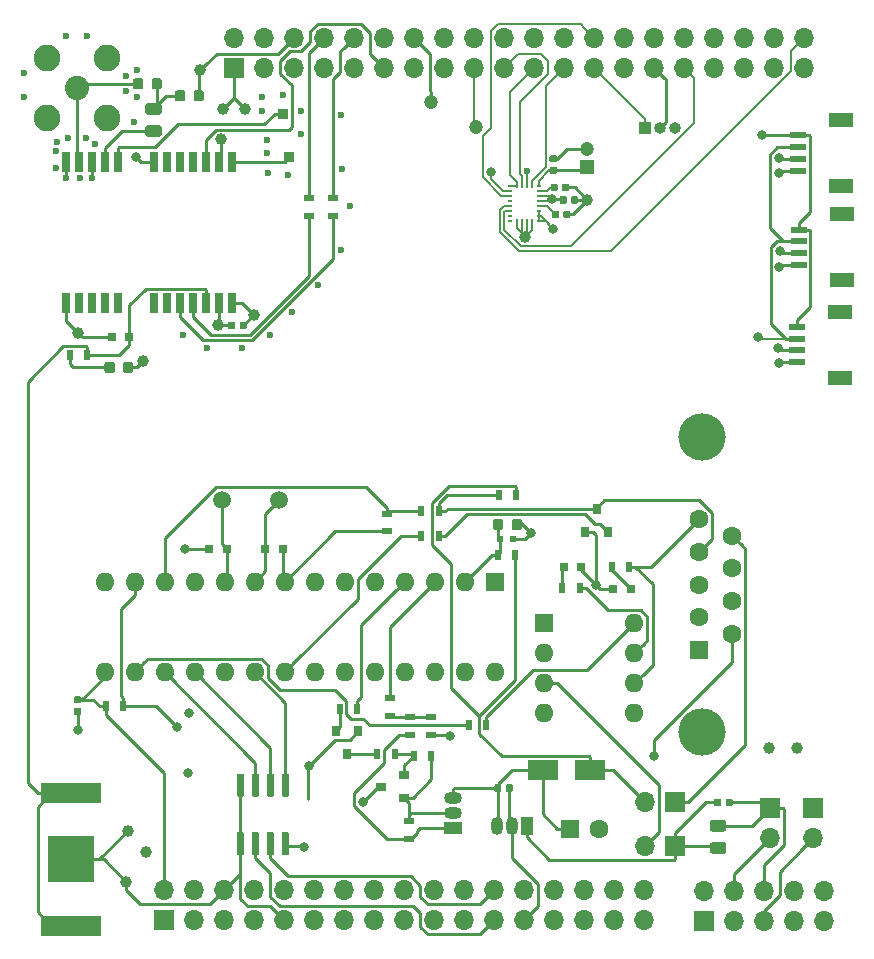
<source format=gtl>
G04 #@! TF.GenerationSoftware,KiCad,Pcbnew,(5.1.5)-3*
G04 #@! TF.CreationDate,2020-05-03T22:11:19-07:00*
G04 #@! TF.ProjectId,DashSight-Mezzanine-Card,44617368-5369-4676-9874-2d4d657a7a61,rev?*
G04 #@! TF.SameCoordinates,Original*
G04 #@! TF.FileFunction,Copper,L1,Top*
G04 #@! TF.FilePolarity,Positive*
%FSLAX46Y46*%
G04 Gerber Fmt 4.6, Leading zero omitted, Abs format (unit mm)*
G04 Created by KiCad (PCBNEW (5.1.5)-3) date 2020-05-03 22:11:19*
%MOMM*%
%LPD*%
G04 APERTURE LIST*
%ADD10O,1.700000X1.700000*%
%ADD11R,1.700000X1.700000*%
%ADD12C,0.100000*%
%ADD13C,1.500000*%
%ADD14R,1.500000X1.050000*%
%ADD15O,1.500000X1.050000*%
%ADD16O,1.600000X1.600000*%
%ADD17R,1.600000X1.600000*%
%ADD18C,2.250000*%
%ADD19C,2.050000*%
%ADD20O,1.000000X1.000000*%
%ADD21R,1.000000X1.000000*%
%ADD22R,0.350000X0.230000*%
%ADD23R,0.230000X0.350000*%
%ADD24R,0.850000X0.850000*%
%ADD25R,1.998980X1.198880*%
%ADD26R,1.348740X0.599440*%
%ADD27C,1.200000*%
%ADD28R,1.200000X1.200000*%
%ADD29R,0.800000X0.900000*%
%ADD30R,1.050000X1.500000*%
%ADD31O,1.050000X1.500000*%
%ADD32C,1.600000*%
%ADD33R,0.800000X1.800000*%
%ADD34R,0.900000X0.800000*%
%ADD35C,4.000000*%
%ADD36R,0.800000X0.750000*%
%ADD37R,4.000000X4.000000*%
%ADD38R,5.100000X1.800000*%
%ADD39R,2.500000X1.800000*%
%ADD40R,0.500000X0.900000*%
%ADD41R,0.600000X0.500000*%
%ADD42R,0.900000X0.500000*%
%ADD43C,0.600000*%
%ADD44C,0.800000*%
%ADD45C,1.000000*%
%ADD46C,0.250000*%
%ADD47C,0.200000*%
G04 APERTURE END LIST*
D10*
X195199000Y-48276000D03*
X195199000Y-50816000D03*
X192659000Y-48276000D03*
X192659000Y-50816000D03*
X190119000Y-48276000D03*
X190119000Y-50816000D03*
X187579000Y-48276000D03*
X187579000Y-50816000D03*
X185039000Y-48276000D03*
X185039000Y-50816000D03*
X182499000Y-48276000D03*
X182499000Y-50816000D03*
X179959000Y-48276000D03*
X179959000Y-50816000D03*
X177419000Y-48276000D03*
X177419000Y-50816000D03*
X174879000Y-48276000D03*
X174879000Y-50816000D03*
X172339000Y-48276000D03*
X172339000Y-50816000D03*
X169799000Y-48276000D03*
X169799000Y-50816000D03*
X167259000Y-48276000D03*
X167259000Y-50816000D03*
X164719000Y-48276000D03*
X164719000Y-50816000D03*
X162179000Y-48276000D03*
X162179000Y-50816000D03*
X159639000Y-48276000D03*
X159639000Y-50816000D03*
X157099000Y-48276000D03*
X157099000Y-50816000D03*
X154559000Y-48276000D03*
X154559000Y-50816000D03*
X152019000Y-48276000D03*
X152019000Y-50816000D03*
X149479000Y-48276000D03*
X149479000Y-50816000D03*
X146939000Y-48276000D03*
D11*
X146939000Y-50816000D03*
G04 #@! TA.AperFunction,SMDPad,CuDef*
D12*
G36*
X138187691Y-75726053D02*
G01*
X138208926Y-75729203D01*
X138229750Y-75734419D01*
X138249962Y-75741651D01*
X138269368Y-75750830D01*
X138287781Y-75761866D01*
X138305024Y-75774654D01*
X138320930Y-75789070D01*
X138335346Y-75804976D01*
X138348134Y-75822219D01*
X138359170Y-75840632D01*
X138368349Y-75860038D01*
X138375581Y-75880250D01*
X138380797Y-75901074D01*
X138383947Y-75922309D01*
X138385000Y-75943750D01*
X138385000Y-76456250D01*
X138383947Y-76477691D01*
X138380797Y-76498926D01*
X138375581Y-76519750D01*
X138368349Y-76539962D01*
X138359170Y-76559368D01*
X138348134Y-76577781D01*
X138335346Y-76595024D01*
X138320930Y-76610930D01*
X138305024Y-76625346D01*
X138287781Y-76638134D01*
X138269368Y-76649170D01*
X138249962Y-76658349D01*
X138229750Y-76665581D01*
X138208926Y-76670797D01*
X138187691Y-76673947D01*
X138166250Y-76675000D01*
X137728750Y-76675000D01*
X137707309Y-76673947D01*
X137686074Y-76670797D01*
X137665250Y-76665581D01*
X137645038Y-76658349D01*
X137625632Y-76649170D01*
X137607219Y-76638134D01*
X137589976Y-76625346D01*
X137574070Y-76610930D01*
X137559654Y-76595024D01*
X137546866Y-76577781D01*
X137535830Y-76559368D01*
X137526651Y-76539962D01*
X137519419Y-76519750D01*
X137514203Y-76498926D01*
X137511053Y-76477691D01*
X137510000Y-76456250D01*
X137510000Y-75943750D01*
X137511053Y-75922309D01*
X137514203Y-75901074D01*
X137519419Y-75880250D01*
X137526651Y-75860038D01*
X137535830Y-75840632D01*
X137546866Y-75822219D01*
X137559654Y-75804976D01*
X137574070Y-75789070D01*
X137589976Y-75774654D01*
X137607219Y-75761866D01*
X137625632Y-75750830D01*
X137645038Y-75741651D01*
X137665250Y-75734419D01*
X137686074Y-75729203D01*
X137707309Y-75726053D01*
X137728750Y-75725000D01*
X138166250Y-75725000D01*
X138187691Y-75726053D01*
G37*
G04 #@! TD.AperFunction*
G04 #@! TA.AperFunction,SMDPad,CuDef*
G36*
X136612691Y-75726053D02*
G01*
X136633926Y-75729203D01*
X136654750Y-75734419D01*
X136674962Y-75741651D01*
X136694368Y-75750830D01*
X136712781Y-75761866D01*
X136730024Y-75774654D01*
X136745930Y-75789070D01*
X136760346Y-75804976D01*
X136773134Y-75822219D01*
X136784170Y-75840632D01*
X136793349Y-75860038D01*
X136800581Y-75880250D01*
X136805797Y-75901074D01*
X136808947Y-75922309D01*
X136810000Y-75943750D01*
X136810000Y-76456250D01*
X136808947Y-76477691D01*
X136805797Y-76498926D01*
X136800581Y-76519750D01*
X136793349Y-76539962D01*
X136784170Y-76559368D01*
X136773134Y-76577781D01*
X136760346Y-76595024D01*
X136745930Y-76610930D01*
X136730024Y-76625346D01*
X136712781Y-76638134D01*
X136694368Y-76649170D01*
X136674962Y-76658349D01*
X136654750Y-76665581D01*
X136633926Y-76670797D01*
X136612691Y-76673947D01*
X136591250Y-76675000D01*
X136153750Y-76675000D01*
X136132309Y-76673947D01*
X136111074Y-76670797D01*
X136090250Y-76665581D01*
X136070038Y-76658349D01*
X136050632Y-76649170D01*
X136032219Y-76638134D01*
X136014976Y-76625346D01*
X135999070Y-76610930D01*
X135984654Y-76595024D01*
X135971866Y-76577781D01*
X135960830Y-76559368D01*
X135951651Y-76539962D01*
X135944419Y-76519750D01*
X135939203Y-76498926D01*
X135936053Y-76477691D01*
X135935000Y-76456250D01*
X135935000Y-75943750D01*
X135936053Y-75922309D01*
X135939203Y-75901074D01*
X135944419Y-75880250D01*
X135951651Y-75860038D01*
X135960830Y-75840632D01*
X135971866Y-75822219D01*
X135984654Y-75804976D01*
X135999070Y-75789070D01*
X136014976Y-75774654D01*
X136032219Y-75761866D01*
X136050632Y-75750830D01*
X136070038Y-75741651D01*
X136090250Y-75734419D01*
X136111074Y-75729203D01*
X136132309Y-75726053D01*
X136153750Y-75725000D01*
X136591250Y-75725000D01*
X136612691Y-75726053D01*
G37*
G04 #@! TD.AperFunction*
D13*
X145869000Y-87439500D03*
X150749000Y-87439500D03*
G04 #@! TA.AperFunction,SMDPad,CuDef*
D12*
G36*
X151421703Y-115546722D02*
G01*
X151436264Y-115548882D01*
X151450543Y-115552459D01*
X151464403Y-115557418D01*
X151477710Y-115563712D01*
X151490336Y-115571280D01*
X151502159Y-115580048D01*
X151513066Y-115589934D01*
X151522952Y-115600841D01*
X151531720Y-115612664D01*
X151539288Y-115625290D01*
X151545582Y-115638597D01*
X151550541Y-115652457D01*
X151554118Y-115666736D01*
X151556278Y-115681297D01*
X151557000Y-115696000D01*
X151557000Y-117346000D01*
X151556278Y-117360703D01*
X151554118Y-117375264D01*
X151550541Y-117389543D01*
X151545582Y-117403403D01*
X151539288Y-117416710D01*
X151531720Y-117429336D01*
X151522952Y-117441159D01*
X151513066Y-117452066D01*
X151502159Y-117461952D01*
X151490336Y-117470720D01*
X151477710Y-117478288D01*
X151464403Y-117484582D01*
X151450543Y-117489541D01*
X151436264Y-117493118D01*
X151421703Y-117495278D01*
X151407000Y-117496000D01*
X151107000Y-117496000D01*
X151092297Y-117495278D01*
X151077736Y-117493118D01*
X151063457Y-117489541D01*
X151049597Y-117484582D01*
X151036290Y-117478288D01*
X151023664Y-117470720D01*
X151011841Y-117461952D01*
X151000934Y-117452066D01*
X150991048Y-117441159D01*
X150982280Y-117429336D01*
X150974712Y-117416710D01*
X150968418Y-117403403D01*
X150963459Y-117389543D01*
X150959882Y-117375264D01*
X150957722Y-117360703D01*
X150957000Y-117346000D01*
X150957000Y-115696000D01*
X150957722Y-115681297D01*
X150959882Y-115666736D01*
X150963459Y-115652457D01*
X150968418Y-115638597D01*
X150974712Y-115625290D01*
X150982280Y-115612664D01*
X150991048Y-115600841D01*
X151000934Y-115589934D01*
X151011841Y-115580048D01*
X151023664Y-115571280D01*
X151036290Y-115563712D01*
X151049597Y-115557418D01*
X151063457Y-115552459D01*
X151077736Y-115548882D01*
X151092297Y-115546722D01*
X151107000Y-115546000D01*
X151407000Y-115546000D01*
X151421703Y-115546722D01*
G37*
G04 #@! TD.AperFunction*
G04 #@! TA.AperFunction,SMDPad,CuDef*
G36*
X150151703Y-115546722D02*
G01*
X150166264Y-115548882D01*
X150180543Y-115552459D01*
X150194403Y-115557418D01*
X150207710Y-115563712D01*
X150220336Y-115571280D01*
X150232159Y-115580048D01*
X150243066Y-115589934D01*
X150252952Y-115600841D01*
X150261720Y-115612664D01*
X150269288Y-115625290D01*
X150275582Y-115638597D01*
X150280541Y-115652457D01*
X150284118Y-115666736D01*
X150286278Y-115681297D01*
X150287000Y-115696000D01*
X150287000Y-117346000D01*
X150286278Y-117360703D01*
X150284118Y-117375264D01*
X150280541Y-117389543D01*
X150275582Y-117403403D01*
X150269288Y-117416710D01*
X150261720Y-117429336D01*
X150252952Y-117441159D01*
X150243066Y-117452066D01*
X150232159Y-117461952D01*
X150220336Y-117470720D01*
X150207710Y-117478288D01*
X150194403Y-117484582D01*
X150180543Y-117489541D01*
X150166264Y-117493118D01*
X150151703Y-117495278D01*
X150137000Y-117496000D01*
X149837000Y-117496000D01*
X149822297Y-117495278D01*
X149807736Y-117493118D01*
X149793457Y-117489541D01*
X149779597Y-117484582D01*
X149766290Y-117478288D01*
X149753664Y-117470720D01*
X149741841Y-117461952D01*
X149730934Y-117452066D01*
X149721048Y-117441159D01*
X149712280Y-117429336D01*
X149704712Y-117416710D01*
X149698418Y-117403403D01*
X149693459Y-117389543D01*
X149689882Y-117375264D01*
X149687722Y-117360703D01*
X149687000Y-117346000D01*
X149687000Y-115696000D01*
X149687722Y-115681297D01*
X149689882Y-115666736D01*
X149693459Y-115652457D01*
X149698418Y-115638597D01*
X149704712Y-115625290D01*
X149712280Y-115612664D01*
X149721048Y-115600841D01*
X149730934Y-115589934D01*
X149741841Y-115580048D01*
X149753664Y-115571280D01*
X149766290Y-115563712D01*
X149779597Y-115557418D01*
X149793457Y-115552459D01*
X149807736Y-115548882D01*
X149822297Y-115546722D01*
X149837000Y-115546000D01*
X150137000Y-115546000D01*
X150151703Y-115546722D01*
G37*
G04 #@! TD.AperFunction*
G04 #@! TA.AperFunction,SMDPad,CuDef*
G36*
X148881703Y-115546722D02*
G01*
X148896264Y-115548882D01*
X148910543Y-115552459D01*
X148924403Y-115557418D01*
X148937710Y-115563712D01*
X148950336Y-115571280D01*
X148962159Y-115580048D01*
X148973066Y-115589934D01*
X148982952Y-115600841D01*
X148991720Y-115612664D01*
X148999288Y-115625290D01*
X149005582Y-115638597D01*
X149010541Y-115652457D01*
X149014118Y-115666736D01*
X149016278Y-115681297D01*
X149017000Y-115696000D01*
X149017000Y-117346000D01*
X149016278Y-117360703D01*
X149014118Y-117375264D01*
X149010541Y-117389543D01*
X149005582Y-117403403D01*
X148999288Y-117416710D01*
X148991720Y-117429336D01*
X148982952Y-117441159D01*
X148973066Y-117452066D01*
X148962159Y-117461952D01*
X148950336Y-117470720D01*
X148937710Y-117478288D01*
X148924403Y-117484582D01*
X148910543Y-117489541D01*
X148896264Y-117493118D01*
X148881703Y-117495278D01*
X148867000Y-117496000D01*
X148567000Y-117496000D01*
X148552297Y-117495278D01*
X148537736Y-117493118D01*
X148523457Y-117489541D01*
X148509597Y-117484582D01*
X148496290Y-117478288D01*
X148483664Y-117470720D01*
X148471841Y-117461952D01*
X148460934Y-117452066D01*
X148451048Y-117441159D01*
X148442280Y-117429336D01*
X148434712Y-117416710D01*
X148428418Y-117403403D01*
X148423459Y-117389543D01*
X148419882Y-117375264D01*
X148417722Y-117360703D01*
X148417000Y-117346000D01*
X148417000Y-115696000D01*
X148417722Y-115681297D01*
X148419882Y-115666736D01*
X148423459Y-115652457D01*
X148428418Y-115638597D01*
X148434712Y-115625290D01*
X148442280Y-115612664D01*
X148451048Y-115600841D01*
X148460934Y-115589934D01*
X148471841Y-115580048D01*
X148483664Y-115571280D01*
X148496290Y-115563712D01*
X148509597Y-115557418D01*
X148523457Y-115552459D01*
X148537736Y-115548882D01*
X148552297Y-115546722D01*
X148567000Y-115546000D01*
X148867000Y-115546000D01*
X148881703Y-115546722D01*
G37*
G04 #@! TD.AperFunction*
G04 #@! TA.AperFunction,SMDPad,CuDef*
G36*
X147611703Y-115546722D02*
G01*
X147626264Y-115548882D01*
X147640543Y-115552459D01*
X147654403Y-115557418D01*
X147667710Y-115563712D01*
X147680336Y-115571280D01*
X147692159Y-115580048D01*
X147703066Y-115589934D01*
X147712952Y-115600841D01*
X147721720Y-115612664D01*
X147729288Y-115625290D01*
X147735582Y-115638597D01*
X147740541Y-115652457D01*
X147744118Y-115666736D01*
X147746278Y-115681297D01*
X147747000Y-115696000D01*
X147747000Y-117346000D01*
X147746278Y-117360703D01*
X147744118Y-117375264D01*
X147740541Y-117389543D01*
X147735582Y-117403403D01*
X147729288Y-117416710D01*
X147721720Y-117429336D01*
X147712952Y-117441159D01*
X147703066Y-117452066D01*
X147692159Y-117461952D01*
X147680336Y-117470720D01*
X147667710Y-117478288D01*
X147654403Y-117484582D01*
X147640543Y-117489541D01*
X147626264Y-117493118D01*
X147611703Y-117495278D01*
X147597000Y-117496000D01*
X147297000Y-117496000D01*
X147282297Y-117495278D01*
X147267736Y-117493118D01*
X147253457Y-117489541D01*
X147239597Y-117484582D01*
X147226290Y-117478288D01*
X147213664Y-117470720D01*
X147201841Y-117461952D01*
X147190934Y-117452066D01*
X147181048Y-117441159D01*
X147172280Y-117429336D01*
X147164712Y-117416710D01*
X147158418Y-117403403D01*
X147153459Y-117389543D01*
X147149882Y-117375264D01*
X147147722Y-117360703D01*
X147147000Y-117346000D01*
X147147000Y-115696000D01*
X147147722Y-115681297D01*
X147149882Y-115666736D01*
X147153459Y-115652457D01*
X147158418Y-115638597D01*
X147164712Y-115625290D01*
X147172280Y-115612664D01*
X147181048Y-115600841D01*
X147190934Y-115589934D01*
X147201841Y-115580048D01*
X147213664Y-115571280D01*
X147226290Y-115563712D01*
X147239597Y-115557418D01*
X147253457Y-115552459D01*
X147267736Y-115548882D01*
X147282297Y-115546722D01*
X147297000Y-115546000D01*
X147597000Y-115546000D01*
X147611703Y-115546722D01*
G37*
G04 #@! TD.AperFunction*
G04 #@! TA.AperFunction,SMDPad,CuDef*
G36*
X147611703Y-110596722D02*
G01*
X147626264Y-110598882D01*
X147640543Y-110602459D01*
X147654403Y-110607418D01*
X147667710Y-110613712D01*
X147680336Y-110621280D01*
X147692159Y-110630048D01*
X147703066Y-110639934D01*
X147712952Y-110650841D01*
X147721720Y-110662664D01*
X147729288Y-110675290D01*
X147735582Y-110688597D01*
X147740541Y-110702457D01*
X147744118Y-110716736D01*
X147746278Y-110731297D01*
X147747000Y-110746000D01*
X147747000Y-112396000D01*
X147746278Y-112410703D01*
X147744118Y-112425264D01*
X147740541Y-112439543D01*
X147735582Y-112453403D01*
X147729288Y-112466710D01*
X147721720Y-112479336D01*
X147712952Y-112491159D01*
X147703066Y-112502066D01*
X147692159Y-112511952D01*
X147680336Y-112520720D01*
X147667710Y-112528288D01*
X147654403Y-112534582D01*
X147640543Y-112539541D01*
X147626264Y-112543118D01*
X147611703Y-112545278D01*
X147597000Y-112546000D01*
X147297000Y-112546000D01*
X147282297Y-112545278D01*
X147267736Y-112543118D01*
X147253457Y-112539541D01*
X147239597Y-112534582D01*
X147226290Y-112528288D01*
X147213664Y-112520720D01*
X147201841Y-112511952D01*
X147190934Y-112502066D01*
X147181048Y-112491159D01*
X147172280Y-112479336D01*
X147164712Y-112466710D01*
X147158418Y-112453403D01*
X147153459Y-112439543D01*
X147149882Y-112425264D01*
X147147722Y-112410703D01*
X147147000Y-112396000D01*
X147147000Y-110746000D01*
X147147722Y-110731297D01*
X147149882Y-110716736D01*
X147153459Y-110702457D01*
X147158418Y-110688597D01*
X147164712Y-110675290D01*
X147172280Y-110662664D01*
X147181048Y-110650841D01*
X147190934Y-110639934D01*
X147201841Y-110630048D01*
X147213664Y-110621280D01*
X147226290Y-110613712D01*
X147239597Y-110607418D01*
X147253457Y-110602459D01*
X147267736Y-110598882D01*
X147282297Y-110596722D01*
X147297000Y-110596000D01*
X147597000Y-110596000D01*
X147611703Y-110596722D01*
G37*
G04 #@! TD.AperFunction*
G04 #@! TA.AperFunction,SMDPad,CuDef*
G36*
X148881703Y-110596722D02*
G01*
X148896264Y-110598882D01*
X148910543Y-110602459D01*
X148924403Y-110607418D01*
X148937710Y-110613712D01*
X148950336Y-110621280D01*
X148962159Y-110630048D01*
X148973066Y-110639934D01*
X148982952Y-110650841D01*
X148991720Y-110662664D01*
X148999288Y-110675290D01*
X149005582Y-110688597D01*
X149010541Y-110702457D01*
X149014118Y-110716736D01*
X149016278Y-110731297D01*
X149017000Y-110746000D01*
X149017000Y-112396000D01*
X149016278Y-112410703D01*
X149014118Y-112425264D01*
X149010541Y-112439543D01*
X149005582Y-112453403D01*
X148999288Y-112466710D01*
X148991720Y-112479336D01*
X148982952Y-112491159D01*
X148973066Y-112502066D01*
X148962159Y-112511952D01*
X148950336Y-112520720D01*
X148937710Y-112528288D01*
X148924403Y-112534582D01*
X148910543Y-112539541D01*
X148896264Y-112543118D01*
X148881703Y-112545278D01*
X148867000Y-112546000D01*
X148567000Y-112546000D01*
X148552297Y-112545278D01*
X148537736Y-112543118D01*
X148523457Y-112539541D01*
X148509597Y-112534582D01*
X148496290Y-112528288D01*
X148483664Y-112520720D01*
X148471841Y-112511952D01*
X148460934Y-112502066D01*
X148451048Y-112491159D01*
X148442280Y-112479336D01*
X148434712Y-112466710D01*
X148428418Y-112453403D01*
X148423459Y-112439543D01*
X148419882Y-112425264D01*
X148417722Y-112410703D01*
X148417000Y-112396000D01*
X148417000Y-110746000D01*
X148417722Y-110731297D01*
X148419882Y-110716736D01*
X148423459Y-110702457D01*
X148428418Y-110688597D01*
X148434712Y-110675290D01*
X148442280Y-110662664D01*
X148451048Y-110650841D01*
X148460934Y-110639934D01*
X148471841Y-110630048D01*
X148483664Y-110621280D01*
X148496290Y-110613712D01*
X148509597Y-110607418D01*
X148523457Y-110602459D01*
X148537736Y-110598882D01*
X148552297Y-110596722D01*
X148567000Y-110596000D01*
X148867000Y-110596000D01*
X148881703Y-110596722D01*
G37*
G04 #@! TD.AperFunction*
G04 #@! TA.AperFunction,SMDPad,CuDef*
G36*
X150151703Y-110596722D02*
G01*
X150166264Y-110598882D01*
X150180543Y-110602459D01*
X150194403Y-110607418D01*
X150207710Y-110613712D01*
X150220336Y-110621280D01*
X150232159Y-110630048D01*
X150243066Y-110639934D01*
X150252952Y-110650841D01*
X150261720Y-110662664D01*
X150269288Y-110675290D01*
X150275582Y-110688597D01*
X150280541Y-110702457D01*
X150284118Y-110716736D01*
X150286278Y-110731297D01*
X150287000Y-110746000D01*
X150287000Y-112396000D01*
X150286278Y-112410703D01*
X150284118Y-112425264D01*
X150280541Y-112439543D01*
X150275582Y-112453403D01*
X150269288Y-112466710D01*
X150261720Y-112479336D01*
X150252952Y-112491159D01*
X150243066Y-112502066D01*
X150232159Y-112511952D01*
X150220336Y-112520720D01*
X150207710Y-112528288D01*
X150194403Y-112534582D01*
X150180543Y-112539541D01*
X150166264Y-112543118D01*
X150151703Y-112545278D01*
X150137000Y-112546000D01*
X149837000Y-112546000D01*
X149822297Y-112545278D01*
X149807736Y-112543118D01*
X149793457Y-112539541D01*
X149779597Y-112534582D01*
X149766290Y-112528288D01*
X149753664Y-112520720D01*
X149741841Y-112511952D01*
X149730934Y-112502066D01*
X149721048Y-112491159D01*
X149712280Y-112479336D01*
X149704712Y-112466710D01*
X149698418Y-112453403D01*
X149693459Y-112439543D01*
X149689882Y-112425264D01*
X149687722Y-112410703D01*
X149687000Y-112396000D01*
X149687000Y-110746000D01*
X149687722Y-110731297D01*
X149689882Y-110716736D01*
X149693459Y-110702457D01*
X149698418Y-110688597D01*
X149704712Y-110675290D01*
X149712280Y-110662664D01*
X149721048Y-110650841D01*
X149730934Y-110639934D01*
X149741841Y-110630048D01*
X149753664Y-110621280D01*
X149766290Y-110613712D01*
X149779597Y-110607418D01*
X149793457Y-110602459D01*
X149807736Y-110598882D01*
X149822297Y-110596722D01*
X149837000Y-110596000D01*
X150137000Y-110596000D01*
X150151703Y-110596722D01*
G37*
G04 #@! TD.AperFunction*
G04 #@! TA.AperFunction,SMDPad,CuDef*
G36*
X151421703Y-110596722D02*
G01*
X151436264Y-110598882D01*
X151450543Y-110602459D01*
X151464403Y-110607418D01*
X151477710Y-110613712D01*
X151490336Y-110621280D01*
X151502159Y-110630048D01*
X151513066Y-110639934D01*
X151522952Y-110650841D01*
X151531720Y-110662664D01*
X151539288Y-110675290D01*
X151545582Y-110688597D01*
X151550541Y-110702457D01*
X151554118Y-110716736D01*
X151556278Y-110731297D01*
X151557000Y-110746000D01*
X151557000Y-112396000D01*
X151556278Y-112410703D01*
X151554118Y-112425264D01*
X151550541Y-112439543D01*
X151545582Y-112453403D01*
X151539288Y-112466710D01*
X151531720Y-112479336D01*
X151522952Y-112491159D01*
X151513066Y-112502066D01*
X151502159Y-112511952D01*
X151490336Y-112520720D01*
X151477710Y-112528288D01*
X151464403Y-112534582D01*
X151450543Y-112539541D01*
X151436264Y-112543118D01*
X151421703Y-112545278D01*
X151407000Y-112546000D01*
X151107000Y-112546000D01*
X151092297Y-112545278D01*
X151077736Y-112543118D01*
X151063457Y-112539541D01*
X151049597Y-112534582D01*
X151036290Y-112528288D01*
X151023664Y-112520720D01*
X151011841Y-112511952D01*
X151000934Y-112502066D01*
X150991048Y-112491159D01*
X150982280Y-112479336D01*
X150974712Y-112466710D01*
X150968418Y-112453403D01*
X150963459Y-112439543D01*
X150959882Y-112425264D01*
X150957722Y-112410703D01*
X150957000Y-112396000D01*
X150957000Y-110746000D01*
X150957722Y-110731297D01*
X150959882Y-110716736D01*
X150963459Y-110702457D01*
X150968418Y-110688597D01*
X150974712Y-110675290D01*
X150982280Y-110662664D01*
X150991048Y-110650841D01*
X151000934Y-110639934D01*
X151011841Y-110630048D01*
X151023664Y-110621280D01*
X151036290Y-110613712D01*
X151049597Y-110607418D01*
X151063457Y-110602459D01*
X151077736Y-110598882D01*
X151092297Y-110596722D01*
X151107000Y-110596000D01*
X151407000Y-110596000D01*
X151421703Y-110596722D01*
G37*
G04 #@! TD.AperFunction*
D14*
X165417500Y-115189000D03*
D15*
X165417500Y-112649000D03*
X165417500Y-113919000D03*
D16*
X180784500Y-97853500D03*
X173164500Y-105473500D03*
X180784500Y-100393500D03*
X173164500Y-102933500D03*
X180784500Y-102933500D03*
X173164500Y-100393500D03*
X180784500Y-105473500D03*
D17*
X173164500Y-97853500D03*
D10*
X181737000Y-113030000D03*
D11*
X184277000Y-113030000D03*
D10*
X181737000Y-116713000D03*
D11*
X184277000Y-116713000D03*
D10*
X196850000Y-120523000D03*
X196850000Y-123063000D03*
X194310000Y-120523000D03*
X194310000Y-123063000D03*
X191770000Y-120523000D03*
X191770000Y-123063000D03*
X189230000Y-120523000D03*
X189230000Y-123063000D03*
X186690000Y-120523000D03*
D11*
X186690000Y-123063000D03*
D18*
X131064000Y-55118000D03*
X131064000Y-50038000D03*
X136144000Y-50038000D03*
X136144000Y-55118000D03*
D19*
X133604000Y-52578000D03*
D10*
X181640000Y-120460000D03*
X181640000Y-123000000D03*
X179100000Y-120460000D03*
X179100000Y-123000000D03*
X176560000Y-120460000D03*
X176560000Y-123000000D03*
X174020000Y-120460000D03*
X174020000Y-123000000D03*
X171480000Y-120460000D03*
X171480000Y-123000000D03*
X168940000Y-120460000D03*
X168940000Y-123000000D03*
X166400000Y-120460000D03*
X166400000Y-123000000D03*
X163860000Y-120460000D03*
X163860000Y-123000000D03*
X161320000Y-120460000D03*
X161320000Y-123000000D03*
X158780000Y-120460000D03*
X158780000Y-123000000D03*
X156240000Y-120460000D03*
X156240000Y-123000000D03*
X153700000Y-120460000D03*
X153700000Y-123000000D03*
X151160000Y-120460000D03*
X151160000Y-123000000D03*
X148620000Y-120460000D03*
X148620000Y-123000000D03*
X146080000Y-120460000D03*
X146080000Y-123000000D03*
X143540000Y-120460000D03*
X143540000Y-123000000D03*
X141000000Y-120460000D03*
D11*
X141000000Y-123000000D03*
D20*
X184277000Y-55905400D03*
X183007000Y-55905400D03*
D21*
X181737000Y-55905400D03*
D22*
X170275800Y-63836600D03*
X170275800Y-63406600D03*
X170275800Y-62976600D03*
X170275800Y-62546600D03*
X170275800Y-62116600D03*
X170275800Y-61686600D03*
X170275800Y-61256600D03*
X170275800Y-60826600D03*
X172725800Y-63836600D03*
X172725800Y-63406600D03*
X172725800Y-62976600D03*
X172725800Y-62546600D03*
X172725800Y-62116600D03*
X172725800Y-61686600D03*
X172725800Y-61256600D03*
D23*
X170855800Y-63806600D03*
X170855800Y-60856600D03*
X171285800Y-63806600D03*
X171285800Y-60856600D03*
X171715800Y-63806600D03*
X171715800Y-60856600D03*
X172145800Y-63806600D03*
X172145800Y-60856600D03*
D22*
X172725800Y-60826600D03*
D24*
X151028400Y-54711600D03*
X151536400Y-58420000D03*
D25*
X198236840Y-77068680D03*
X198236840Y-71470520D03*
D26*
X194564000Y-72771000D03*
X194564000Y-73771760D03*
X194564000Y-74767440D03*
X194564000Y-75768200D03*
D25*
X198389240Y-68839080D03*
X198389240Y-63240920D03*
D26*
X194716400Y-64541400D03*
X194716400Y-65542160D03*
X194716400Y-66537840D03*
X194716400Y-67538600D03*
D25*
X198338440Y-60863480D03*
X198338440Y-55265320D03*
D26*
X194665600Y-56565800D03*
X194665600Y-57566560D03*
X194665600Y-58562240D03*
X194665600Y-59563000D03*
G04 #@! TA.AperFunction,SMDPad,CuDef*
D12*
G36*
X171080691Y-89035653D02*
G01*
X171101926Y-89038803D01*
X171122750Y-89044019D01*
X171142962Y-89051251D01*
X171162368Y-89060430D01*
X171180781Y-89071466D01*
X171198024Y-89084254D01*
X171213930Y-89098670D01*
X171228346Y-89114576D01*
X171241134Y-89131819D01*
X171252170Y-89150232D01*
X171261349Y-89169638D01*
X171268581Y-89189850D01*
X171273797Y-89210674D01*
X171276947Y-89231909D01*
X171278000Y-89253350D01*
X171278000Y-89765850D01*
X171276947Y-89787291D01*
X171273797Y-89808526D01*
X171268581Y-89829350D01*
X171261349Y-89849562D01*
X171252170Y-89868968D01*
X171241134Y-89887381D01*
X171228346Y-89904624D01*
X171213930Y-89920530D01*
X171198024Y-89934946D01*
X171180781Y-89947734D01*
X171162368Y-89958770D01*
X171142962Y-89967949D01*
X171122750Y-89975181D01*
X171101926Y-89980397D01*
X171080691Y-89983547D01*
X171059250Y-89984600D01*
X170621750Y-89984600D01*
X170600309Y-89983547D01*
X170579074Y-89980397D01*
X170558250Y-89975181D01*
X170538038Y-89967949D01*
X170518632Y-89958770D01*
X170500219Y-89947734D01*
X170482976Y-89934946D01*
X170467070Y-89920530D01*
X170452654Y-89904624D01*
X170439866Y-89887381D01*
X170428830Y-89868968D01*
X170419651Y-89849562D01*
X170412419Y-89829350D01*
X170407203Y-89808526D01*
X170404053Y-89787291D01*
X170403000Y-89765850D01*
X170403000Y-89253350D01*
X170404053Y-89231909D01*
X170407203Y-89210674D01*
X170412419Y-89189850D01*
X170419651Y-89169638D01*
X170428830Y-89150232D01*
X170439866Y-89131819D01*
X170452654Y-89114576D01*
X170467070Y-89098670D01*
X170482976Y-89084254D01*
X170500219Y-89071466D01*
X170518632Y-89060430D01*
X170538038Y-89051251D01*
X170558250Y-89044019D01*
X170579074Y-89038803D01*
X170600309Y-89035653D01*
X170621750Y-89034600D01*
X171059250Y-89034600D01*
X171080691Y-89035653D01*
G37*
G04 #@! TD.AperFunction*
G04 #@! TA.AperFunction,SMDPad,CuDef*
G36*
X169505691Y-89035653D02*
G01*
X169526926Y-89038803D01*
X169547750Y-89044019D01*
X169567962Y-89051251D01*
X169587368Y-89060430D01*
X169605781Y-89071466D01*
X169623024Y-89084254D01*
X169638930Y-89098670D01*
X169653346Y-89114576D01*
X169666134Y-89131819D01*
X169677170Y-89150232D01*
X169686349Y-89169638D01*
X169693581Y-89189850D01*
X169698797Y-89210674D01*
X169701947Y-89231909D01*
X169703000Y-89253350D01*
X169703000Y-89765850D01*
X169701947Y-89787291D01*
X169698797Y-89808526D01*
X169693581Y-89829350D01*
X169686349Y-89849562D01*
X169677170Y-89868968D01*
X169666134Y-89887381D01*
X169653346Y-89904624D01*
X169638930Y-89920530D01*
X169623024Y-89934946D01*
X169605781Y-89947734D01*
X169587368Y-89958770D01*
X169567962Y-89967949D01*
X169547750Y-89975181D01*
X169526926Y-89980397D01*
X169505691Y-89983547D01*
X169484250Y-89984600D01*
X169046750Y-89984600D01*
X169025309Y-89983547D01*
X169004074Y-89980397D01*
X168983250Y-89975181D01*
X168963038Y-89967949D01*
X168943632Y-89958770D01*
X168925219Y-89947734D01*
X168907976Y-89934946D01*
X168892070Y-89920530D01*
X168877654Y-89904624D01*
X168864866Y-89887381D01*
X168853830Y-89868968D01*
X168844651Y-89849562D01*
X168837419Y-89829350D01*
X168832203Y-89808526D01*
X168829053Y-89787291D01*
X168828000Y-89765850D01*
X168828000Y-89253350D01*
X168829053Y-89231909D01*
X168832203Y-89210674D01*
X168837419Y-89189850D01*
X168844651Y-89169638D01*
X168853830Y-89150232D01*
X168864866Y-89131819D01*
X168877654Y-89114576D01*
X168892070Y-89098670D01*
X168907976Y-89084254D01*
X168925219Y-89071466D01*
X168943632Y-89060430D01*
X168963038Y-89051251D01*
X168983250Y-89044019D01*
X169004074Y-89038803D01*
X169025309Y-89035653D01*
X169046750Y-89034600D01*
X169484250Y-89034600D01*
X169505691Y-89035653D01*
G37*
G04 #@! TD.AperFunction*
D27*
X176784000Y-57732800D03*
D28*
X176784000Y-59232800D03*
G04 #@! TA.AperFunction,SMDPad,CuDef*
D12*
G36*
X174126158Y-58250310D02*
G01*
X174140476Y-58252434D01*
X174154517Y-58255951D01*
X174168146Y-58260828D01*
X174181231Y-58267017D01*
X174193647Y-58274458D01*
X174205273Y-58283081D01*
X174215998Y-58292802D01*
X174225719Y-58303527D01*
X174234342Y-58315153D01*
X174241783Y-58327569D01*
X174247972Y-58340654D01*
X174252849Y-58354283D01*
X174256366Y-58368324D01*
X174258490Y-58382642D01*
X174259200Y-58397100D01*
X174259200Y-58692100D01*
X174258490Y-58706558D01*
X174256366Y-58720876D01*
X174252849Y-58734917D01*
X174247972Y-58748546D01*
X174241783Y-58761631D01*
X174234342Y-58774047D01*
X174225719Y-58785673D01*
X174215998Y-58796398D01*
X174205273Y-58806119D01*
X174193647Y-58814742D01*
X174181231Y-58822183D01*
X174168146Y-58828372D01*
X174154517Y-58833249D01*
X174140476Y-58836766D01*
X174126158Y-58838890D01*
X174111700Y-58839600D01*
X173766700Y-58839600D01*
X173752242Y-58838890D01*
X173737924Y-58836766D01*
X173723883Y-58833249D01*
X173710254Y-58828372D01*
X173697169Y-58822183D01*
X173684753Y-58814742D01*
X173673127Y-58806119D01*
X173662402Y-58796398D01*
X173652681Y-58785673D01*
X173644058Y-58774047D01*
X173636617Y-58761631D01*
X173630428Y-58748546D01*
X173625551Y-58734917D01*
X173622034Y-58720876D01*
X173619910Y-58706558D01*
X173619200Y-58692100D01*
X173619200Y-58397100D01*
X173619910Y-58382642D01*
X173622034Y-58368324D01*
X173625551Y-58354283D01*
X173630428Y-58340654D01*
X173636617Y-58327569D01*
X173644058Y-58315153D01*
X173652681Y-58303527D01*
X173662402Y-58292802D01*
X173673127Y-58283081D01*
X173684753Y-58274458D01*
X173697169Y-58267017D01*
X173710254Y-58260828D01*
X173723883Y-58255951D01*
X173737924Y-58252434D01*
X173752242Y-58250310D01*
X173766700Y-58249600D01*
X174111700Y-58249600D01*
X174126158Y-58250310D01*
G37*
G04 #@! TD.AperFunction*
G04 #@! TA.AperFunction,SMDPad,CuDef*
G36*
X174126158Y-59220310D02*
G01*
X174140476Y-59222434D01*
X174154517Y-59225951D01*
X174168146Y-59230828D01*
X174181231Y-59237017D01*
X174193647Y-59244458D01*
X174205273Y-59253081D01*
X174215998Y-59262802D01*
X174225719Y-59273527D01*
X174234342Y-59285153D01*
X174241783Y-59297569D01*
X174247972Y-59310654D01*
X174252849Y-59324283D01*
X174256366Y-59338324D01*
X174258490Y-59352642D01*
X174259200Y-59367100D01*
X174259200Y-59662100D01*
X174258490Y-59676558D01*
X174256366Y-59690876D01*
X174252849Y-59704917D01*
X174247972Y-59718546D01*
X174241783Y-59731631D01*
X174234342Y-59744047D01*
X174225719Y-59755673D01*
X174215998Y-59766398D01*
X174205273Y-59776119D01*
X174193647Y-59784742D01*
X174181231Y-59792183D01*
X174168146Y-59798372D01*
X174154517Y-59803249D01*
X174140476Y-59806766D01*
X174126158Y-59808890D01*
X174111700Y-59809600D01*
X173766700Y-59809600D01*
X173752242Y-59808890D01*
X173737924Y-59806766D01*
X173723883Y-59803249D01*
X173710254Y-59798372D01*
X173697169Y-59792183D01*
X173684753Y-59784742D01*
X173673127Y-59776119D01*
X173662402Y-59766398D01*
X173652681Y-59755673D01*
X173644058Y-59744047D01*
X173636617Y-59731631D01*
X173630428Y-59718546D01*
X173625551Y-59704917D01*
X173622034Y-59690876D01*
X173619910Y-59676558D01*
X173619200Y-59662100D01*
X173619200Y-59367100D01*
X173619910Y-59352642D01*
X173622034Y-59338324D01*
X173625551Y-59324283D01*
X173630428Y-59310654D01*
X173636617Y-59297569D01*
X173644058Y-59285153D01*
X173652681Y-59273527D01*
X173662402Y-59262802D01*
X173673127Y-59253081D01*
X173684753Y-59244458D01*
X173697169Y-59237017D01*
X173710254Y-59230828D01*
X173723883Y-59225951D01*
X173737924Y-59222434D01*
X173752242Y-59220310D01*
X173766700Y-59219600D01*
X174111700Y-59219600D01*
X174126158Y-59220310D01*
G37*
G04 #@! TD.AperFunction*
G04 #@! TA.AperFunction,SMDPad,CuDef*
G36*
X175906958Y-61707510D02*
G01*
X175921276Y-61709634D01*
X175935317Y-61713151D01*
X175948946Y-61718028D01*
X175962031Y-61724217D01*
X175974447Y-61731658D01*
X175986073Y-61740281D01*
X175996798Y-61750002D01*
X176006519Y-61760727D01*
X176015142Y-61772353D01*
X176022583Y-61784769D01*
X176028772Y-61797854D01*
X176033649Y-61811483D01*
X176037166Y-61825524D01*
X176039290Y-61839842D01*
X176040000Y-61854300D01*
X176040000Y-62199300D01*
X176039290Y-62213758D01*
X176037166Y-62228076D01*
X176033649Y-62242117D01*
X176028772Y-62255746D01*
X176022583Y-62268831D01*
X176015142Y-62281247D01*
X176006519Y-62292873D01*
X175996798Y-62303598D01*
X175986073Y-62313319D01*
X175974447Y-62321942D01*
X175962031Y-62329383D01*
X175948946Y-62335572D01*
X175935317Y-62340449D01*
X175921276Y-62343966D01*
X175906958Y-62346090D01*
X175892500Y-62346800D01*
X175597500Y-62346800D01*
X175583042Y-62346090D01*
X175568724Y-62343966D01*
X175554683Y-62340449D01*
X175541054Y-62335572D01*
X175527969Y-62329383D01*
X175515553Y-62321942D01*
X175503927Y-62313319D01*
X175493202Y-62303598D01*
X175483481Y-62292873D01*
X175474858Y-62281247D01*
X175467417Y-62268831D01*
X175461228Y-62255746D01*
X175456351Y-62242117D01*
X175452834Y-62228076D01*
X175450710Y-62213758D01*
X175450000Y-62199300D01*
X175450000Y-61854300D01*
X175450710Y-61839842D01*
X175452834Y-61825524D01*
X175456351Y-61811483D01*
X175461228Y-61797854D01*
X175467417Y-61784769D01*
X175474858Y-61772353D01*
X175483481Y-61760727D01*
X175493202Y-61750002D01*
X175503927Y-61740281D01*
X175515553Y-61731658D01*
X175527969Y-61724217D01*
X175541054Y-61718028D01*
X175554683Y-61713151D01*
X175568724Y-61709634D01*
X175583042Y-61707510D01*
X175597500Y-61706800D01*
X175892500Y-61706800D01*
X175906958Y-61707510D01*
G37*
G04 #@! TD.AperFunction*
G04 #@! TA.AperFunction,SMDPad,CuDef*
G36*
X174936958Y-61707510D02*
G01*
X174951276Y-61709634D01*
X174965317Y-61713151D01*
X174978946Y-61718028D01*
X174992031Y-61724217D01*
X175004447Y-61731658D01*
X175016073Y-61740281D01*
X175026798Y-61750002D01*
X175036519Y-61760727D01*
X175045142Y-61772353D01*
X175052583Y-61784769D01*
X175058772Y-61797854D01*
X175063649Y-61811483D01*
X175067166Y-61825524D01*
X175069290Y-61839842D01*
X175070000Y-61854300D01*
X175070000Y-62199300D01*
X175069290Y-62213758D01*
X175067166Y-62228076D01*
X175063649Y-62242117D01*
X175058772Y-62255746D01*
X175052583Y-62268831D01*
X175045142Y-62281247D01*
X175036519Y-62292873D01*
X175026798Y-62303598D01*
X175016073Y-62313319D01*
X175004447Y-62321942D01*
X174992031Y-62329383D01*
X174978946Y-62335572D01*
X174965317Y-62340449D01*
X174951276Y-62343966D01*
X174936958Y-62346090D01*
X174922500Y-62346800D01*
X174627500Y-62346800D01*
X174613042Y-62346090D01*
X174598724Y-62343966D01*
X174584683Y-62340449D01*
X174571054Y-62335572D01*
X174557969Y-62329383D01*
X174545553Y-62321942D01*
X174533927Y-62313319D01*
X174523202Y-62303598D01*
X174513481Y-62292873D01*
X174504858Y-62281247D01*
X174497417Y-62268831D01*
X174491228Y-62255746D01*
X174486351Y-62242117D01*
X174482834Y-62228076D01*
X174480710Y-62213758D01*
X174480000Y-62199300D01*
X174480000Y-61854300D01*
X174480710Y-61839842D01*
X174482834Y-61825524D01*
X174486351Y-61811483D01*
X174491228Y-61797854D01*
X174497417Y-61784769D01*
X174504858Y-61772353D01*
X174513481Y-61760727D01*
X174523202Y-61750002D01*
X174533927Y-61740281D01*
X174545553Y-61731658D01*
X174557969Y-61724217D01*
X174571054Y-61718028D01*
X174584683Y-61713151D01*
X174598724Y-61709634D01*
X174613042Y-61707510D01*
X174627500Y-61706800D01*
X174922500Y-61706800D01*
X174936958Y-61707510D01*
G37*
G04 #@! TD.AperFunction*
G04 #@! TA.AperFunction,SMDPad,CuDef*
G36*
X175144958Y-60640710D02*
G01*
X175159276Y-60642834D01*
X175173317Y-60646351D01*
X175186946Y-60651228D01*
X175200031Y-60657417D01*
X175212447Y-60664858D01*
X175224073Y-60673481D01*
X175234798Y-60683202D01*
X175244519Y-60693927D01*
X175253142Y-60705553D01*
X175260583Y-60717969D01*
X175266772Y-60731054D01*
X175271649Y-60744683D01*
X175275166Y-60758724D01*
X175277290Y-60773042D01*
X175278000Y-60787500D01*
X175278000Y-61132500D01*
X175277290Y-61146958D01*
X175275166Y-61161276D01*
X175271649Y-61175317D01*
X175266772Y-61188946D01*
X175260583Y-61202031D01*
X175253142Y-61214447D01*
X175244519Y-61226073D01*
X175234798Y-61236798D01*
X175224073Y-61246519D01*
X175212447Y-61255142D01*
X175200031Y-61262583D01*
X175186946Y-61268772D01*
X175173317Y-61273649D01*
X175159276Y-61277166D01*
X175144958Y-61279290D01*
X175130500Y-61280000D01*
X174835500Y-61280000D01*
X174821042Y-61279290D01*
X174806724Y-61277166D01*
X174792683Y-61273649D01*
X174779054Y-61268772D01*
X174765969Y-61262583D01*
X174753553Y-61255142D01*
X174741927Y-61246519D01*
X174731202Y-61236798D01*
X174721481Y-61226073D01*
X174712858Y-61214447D01*
X174705417Y-61202031D01*
X174699228Y-61188946D01*
X174694351Y-61175317D01*
X174690834Y-61161276D01*
X174688710Y-61146958D01*
X174688000Y-61132500D01*
X174688000Y-60787500D01*
X174688710Y-60773042D01*
X174690834Y-60758724D01*
X174694351Y-60744683D01*
X174699228Y-60731054D01*
X174705417Y-60717969D01*
X174712858Y-60705553D01*
X174721481Y-60693927D01*
X174731202Y-60683202D01*
X174741927Y-60673481D01*
X174753553Y-60664858D01*
X174765969Y-60657417D01*
X174779054Y-60651228D01*
X174792683Y-60646351D01*
X174806724Y-60642834D01*
X174821042Y-60640710D01*
X174835500Y-60640000D01*
X175130500Y-60640000D01*
X175144958Y-60640710D01*
G37*
G04 #@! TD.AperFunction*
G04 #@! TA.AperFunction,SMDPad,CuDef*
G36*
X174174958Y-60640710D02*
G01*
X174189276Y-60642834D01*
X174203317Y-60646351D01*
X174216946Y-60651228D01*
X174230031Y-60657417D01*
X174242447Y-60664858D01*
X174254073Y-60673481D01*
X174264798Y-60683202D01*
X174274519Y-60693927D01*
X174283142Y-60705553D01*
X174290583Y-60717969D01*
X174296772Y-60731054D01*
X174301649Y-60744683D01*
X174305166Y-60758724D01*
X174307290Y-60773042D01*
X174308000Y-60787500D01*
X174308000Y-61132500D01*
X174307290Y-61146958D01*
X174305166Y-61161276D01*
X174301649Y-61175317D01*
X174296772Y-61188946D01*
X174290583Y-61202031D01*
X174283142Y-61214447D01*
X174274519Y-61226073D01*
X174264798Y-61236798D01*
X174254073Y-61246519D01*
X174242447Y-61255142D01*
X174230031Y-61262583D01*
X174216946Y-61268772D01*
X174203317Y-61273649D01*
X174189276Y-61277166D01*
X174174958Y-61279290D01*
X174160500Y-61280000D01*
X173865500Y-61280000D01*
X173851042Y-61279290D01*
X173836724Y-61277166D01*
X173822683Y-61273649D01*
X173809054Y-61268772D01*
X173795969Y-61262583D01*
X173783553Y-61255142D01*
X173771927Y-61246519D01*
X173761202Y-61236798D01*
X173751481Y-61226073D01*
X173742858Y-61214447D01*
X173735417Y-61202031D01*
X173729228Y-61188946D01*
X173724351Y-61175317D01*
X173720834Y-61161276D01*
X173718710Y-61146958D01*
X173718000Y-61132500D01*
X173718000Y-60787500D01*
X173718710Y-60773042D01*
X173720834Y-60758724D01*
X173724351Y-60744683D01*
X173729228Y-60731054D01*
X173735417Y-60717969D01*
X173742858Y-60705553D01*
X173751481Y-60693927D01*
X173761202Y-60683202D01*
X173771927Y-60673481D01*
X173783553Y-60664858D01*
X173795969Y-60657417D01*
X173809054Y-60651228D01*
X173822683Y-60646351D01*
X173836724Y-60642834D01*
X173851042Y-60640710D01*
X173865500Y-60640000D01*
X174160500Y-60640000D01*
X174174958Y-60640710D01*
G37*
G04 #@! TD.AperFunction*
G04 #@! TA.AperFunction,SMDPad,CuDef*
G36*
X175246558Y-62926710D02*
G01*
X175260876Y-62928834D01*
X175274917Y-62932351D01*
X175288546Y-62937228D01*
X175301631Y-62943417D01*
X175314047Y-62950858D01*
X175325673Y-62959481D01*
X175336398Y-62969202D01*
X175346119Y-62979927D01*
X175354742Y-62991553D01*
X175362183Y-63003969D01*
X175368372Y-63017054D01*
X175373249Y-63030683D01*
X175376766Y-63044724D01*
X175378890Y-63059042D01*
X175379600Y-63073500D01*
X175379600Y-63418500D01*
X175378890Y-63432958D01*
X175376766Y-63447276D01*
X175373249Y-63461317D01*
X175368372Y-63474946D01*
X175362183Y-63488031D01*
X175354742Y-63500447D01*
X175346119Y-63512073D01*
X175336398Y-63522798D01*
X175325673Y-63532519D01*
X175314047Y-63541142D01*
X175301631Y-63548583D01*
X175288546Y-63554772D01*
X175274917Y-63559649D01*
X175260876Y-63563166D01*
X175246558Y-63565290D01*
X175232100Y-63566000D01*
X174937100Y-63566000D01*
X174922642Y-63565290D01*
X174908324Y-63563166D01*
X174894283Y-63559649D01*
X174880654Y-63554772D01*
X174867569Y-63548583D01*
X174855153Y-63541142D01*
X174843527Y-63532519D01*
X174832802Y-63522798D01*
X174823081Y-63512073D01*
X174814458Y-63500447D01*
X174807017Y-63488031D01*
X174800828Y-63474946D01*
X174795951Y-63461317D01*
X174792434Y-63447276D01*
X174790310Y-63432958D01*
X174789600Y-63418500D01*
X174789600Y-63073500D01*
X174790310Y-63059042D01*
X174792434Y-63044724D01*
X174795951Y-63030683D01*
X174800828Y-63017054D01*
X174807017Y-63003969D01*
X174814458Y-62991553D01*
X174823081Y-62979927D01*
X174832802Y-62969202D01*
X174843527Y-62959481D01*
X174855153Y-62950858D01*
X174867569Y-62943417D01*
X174880654Y-62937228D01*
X174894283Y-62932351D01*
X174908324Y-62928834D01*
X174922642Y-62926710D01*
X174937100Y-62926000D01*
X175232100Y-62926000D01*
X175246558Y-62926710D01*
G37*
G04 #@! TD.AperFunction*
G04 #@! TA.AperFunction,SMDPad,CuDef*
G36*
X174276558Y-62926710D02*
G01*
X174290876Y-62928834D01*
X174304917Y-62932351D01*
X174318546Y-62937228D01*
X174331631Y-62943417D01*
X174344047Y-62950858D01*
X174355673Y-62959481D01*
X174366398Y-62969202D01*
X174376119Y-62979927D01*
X174384742Y-62991553D01*
X174392183Y-63003969D01*
X174398372Y-63017054D01*
X174403249Y-63030683D01*
X174406766Y-63044724D01*
X174408890Y-63059042D01*
X174409600Y-63073500D01*
X174409600Y-63418500D01*
X174408890Y-63432958D01*
X174406766Y-63447276D01*
X174403249Y-63461317D01*
X174398372Y-63474946D01*
X174392183Y-63488031D01*
X174384742Y-63500447D01*
X174376119Y-63512073D01*
X174366398Y-63522798D01*
X174355673Y-63532519D01*
X174344047Y-63541142D01*
X174331631Y-63548583D01*
X174318546Y-63554772D01*
X174304917Y-63559649D01*
X174290876Y-63563166D01*
X174276558Y-63565290D01*
X174262100Y-63566000D01*
X173967100Y-63566000D01*
X173952642Y-63565290D01*
X173938324Y-63563166D01*
X173924283Y-63559649D01*
X173910654Y-63554772D01*
X173897569Y-63548583D01*
X173885153Y-63541142D01*
X173873527Y-63532519D01*
X173862802Y-63522798D01*
X173853081Y-63512073D01*
X173844458Y-63500447D01*
X173837017Y-63488031D01*
X173830828Y-63474946D01*
X173825951Y-63461317D01*
X173822434Y-63447276D01*
X173820310Y-63432958D01*
X173819600Y-63418500D01*
X173819600Y-63073500D01*
X173820310Y-63059042D01*
X173822434Y-63044724D01*
X173825951Y-63030683D01*
X173830828Y-63017054D01*
X173837017Y-63003969D01*
X173844458Y-62991553D01*
X173853081Y-62979927D01*
X173862802Y-62969202D01*
X173873527Y-62959481D01*
X173885153Y-62950858D01*
X173897569Y-62943417D01*
X173910654Y-62937228D01*
X173924283Y-62932351D01*
X173938324Y-62928834D01*
X173952642Y-62926710D01*
X173967100Y-62926000D01*
X174262100Y-62926000D01*
X174276558Y-62926710D01*
G37*
G04 #@! TD.AperFunction*
D29*
X177609500Y-88154000D03*
X178559500Y-90154000D03*
X176659500Y-90154000D03*
D30*
X171704000Y-114998500D03*
D31*
X169164000Y-114998500D03*
X170434000Y-114998500D03*
G04 #@! TA.AperFunction,SMDPad,CuDef*
D12*
G36*
X188987958Y-112710710D02*
G01*
X189002276Y-112712834D01*
X189016317Y-112716351D01*
X189029946Y-112721228D01*
X189043031Y-112727417D01*
X189055447Y-112734858D01*
X189067073Y-112743481D01*
X189077798Y-112753202D01*
X189087519Y-112763927D01*
X189096142Y-112775553D01*
X189103583Y-112787969D01*
X189109772Y-112801054D01*
X189114649Y-112814683D01*
X189118166Y-112828724D01*
X189120290Y-112843042D01*
X189121000Y-112857500D01*
X189121000Y-113202500D01*
X189120290Y-113216958D01*
X189118166Y-113231276D01*
X189114649Y-113245317D01*
X189109772Y-113258946D01*
X189103583Y-113272031D01*
X189096142Y-113284447D01*
X189087519Y-113296073D01*
X189077798Y-113306798D01*
X189067073Y-113316519D01*
X189055447Y-113325142D01*
X189043031Y-113332583D01*
X189029946Y-113338772D01*
X189016317Y-113343649D01*
X189002276Y-113347166D01*
X188987958Y-113349290D01*
X188973500Y-113350000D01*
X188678500Y-113350000D01*
X188664042Y-113349290D01*
X188649724Y-113347166D01*
X188635683Y-113343649D01*
X188622054Y-113338772D01*
X188608969Y-113332583D01*
X188596553Y-113325142D01*
X188584927Y-113316519D01*
X188574202Y-113306798D01*
X188564481Y-113296073D01*
X188555858Y-113284447D01*
X188548417Y-113272031D01*
X188542228Y-113258946D01*
X188537351Y-113245317D01*
X188533834Y-113231276D01*
X188531710Y-113216958D01*
X188531000Y-113202500D01*
X188531000Y-112857500D01*
X188531710Y-112843042D01*
X188533834Y-112828724D01*
X188537351Y-112814683D01*
X188542228Y-112801054D01*
X188548417Y-112787969D01*
X188555858Y-112775553D01*
X188564481Y-112763927D01*
X188574202Y-112753202D01*
X188584927Y-112743481D01*
X188596553Y-112734858D01*
X188608969Y-112727417D01*
X188622054Y-112721228D01*
X188635683Y-112716351D01*
X188649724Y-112712834D01*
X188664042Y-112710710D01*
X188678500Y-112710000D01*
X188973500Y-112710000D01*
X188987958Y-112710710D01*
G37*
G04 #@! TD.AperFunction*
G04 #@! TA.AperFunction,SMDPad,CuDef*
G36*
X188017958Y-112710710D02*
G01*
X188032276Y-112712834D01*
X188046317Y-112716351D01*
X188059946Y-112721228D01*
X188073031Y-112727417D01*
X188085447Y-112734858D01*
X188097073Y-112743481D01*
X188107798Y-112753202D01*
X188117519Y-112763927D01*
X188126142Y-112775553D01*
X188133583Y-112787969D01*
X188139772Y-112801054D01*
X188144649Y-112814683D01*
X188148166Y-112828724D01*
X188150290Y-112843042D01*
X188151000Y-112857500D01*
X188151000Y-113202500D01*
X188150290Y-113216958D01*
X188148166Y-113231276D01*
X188144649Y-113245317D01*
X188139772Y-113258946D01*
X188133583Y-113272031D01*
X188126142Y-113284447D01*
X188117519Y-113296073D01*
X188107798Y-113306798D01*
X188097073Y-113316519D01*
X188085447Y-113325142D01*
X188073031Y-113332583D01*
X188059946Y-113338772D01*
X188046317Y-113343649D01*
X188032276Y-113347166D01*
X188017958Y-113349290D01*
X188003500Y-113350000D01*
X187708500Y-113350000D01*
X187694042Y-113349290D01*
X187679724Y-113347166D01*
X187665683Y-113343649D01*
X187652054Y-113338772D01*
X187638969Y-113332583D01*
X187626553Y-113325142D01*
X187614927Y-113316519D01*
X187604202Y-113306798D01*
X187594481Y-113296073D01*
X187585858Y-113284447D01*
X187578417Y-113272031D01*
X187572228Y-113258946D01*
X187567351Y-113245317D01*
X187563834Y-113231276D01*
X187561710Y-113216958D01*
X187561000Y-113202500D01*
X187561000Y-112857500D01*
X187561710Y-112843042D01*
X187563834Y-112828724D01*
X187567351Y-112814683D01*
X187572228Y-112801054D01*
X187578417Y-112787969D01*
X187585858Y-112775553D01*
X187594481Y-112763927D01*
X187604202Y-112753202D01*
X187614927Y-112743481D01*
X187626553Y-112734858D01*
X187638969Y-112727417D01*
X187652054Y-112721228D01*
X187665683Y-112716351D01*
X187679724Y-112712834D01*
X187694042Y-112710710D01*
X187708500Y-112710000D01*
X188003500Y-112710000D01*
X188017958Y-112710710D01*
G37*
G04 #@! TD.AperFunction*
G04 #@! TA.AperFunction,SMDPad,CuDef*
G36*
X170382458Y-111504210D02*
G01*
X170396776Y-111506334D01*
X170410817Y-111509851D01*
X170424446Y-111514728D01*
X170437531Y-111520917D01*
X170449947Y-111528358D01*
X170461573Y-111536981D01*
X170472298Y-111546702D01*
X170482019Y-111557427D01*
X170490642Y-111569053D01*
X170498083Y-111581469D01*
X170504272Y-111594554D01*
X170509149Y-111608183D01*
X170512666Y-111622224D01*
X170514790Y-111636542D01*
X170515500Y-111651000D01*
X170515500Y-111996000D01*
X170514790Y-112010458D01*
X170512666Y-112024776D01*
X170509149Y-112038817D01*
X170504272Y-112052446D01*
X170498083Y-112065531D01*
X170490642Y-112077947D01*
X170482019Y-112089573D01*
X170472298Y-112100298D01*
X170461573Y-112110019D01*
X170449947Y-112118642D01*
X170437531Y-112126083D01*
X170424446Y-112132272D01*
X170410817Y-112137149D01*
X170396776Y-112140666D01*
X170382458Y-112142790D01*
X170368000Y-112143500D01*
X170073000Y-112143500D01*
X170058542Y-112142790D01*
X170044224Y-112140666D01*
X170030183Y-112137149D01*
X170016554Y-112132272D01*
X170003469Y-112126083D01*
X169991053Y-112118642D01*
X169979427Y-112110019D01*
X169968702Y-112100298D01*
X169958981Y-112089573D01*
X169950358Y-112077947D01*
X169942917Y-112065531D01*
X169936728Y-112052446D01*
X169931851Y-112038817D01*
X169928334Y-112024776D01*
X169926210Y-112010458D01*
X169925500Y-111996000D01*
X169925500Y-111651000D01*
X169926210Y-111636542D01*
X169928334Y-111622224D01*
X169931851Y-111608183D01*
X169936728Y-111594554D01*
X169942917Y-111581469D01*
X169950358Y-111569053D01*
X169958981Y-111557427D01*
X169968702Y-111546702D01*
X169979427Y-111536981D01*
X169991053Y-111528358D01*
X170003469Y-111520917D01*
X170016554Y-111514728D01*
X170030183Y-111509851D01*
X170044224Y-111506334D01*
X170058542Y-111504210D01*
X170073000Y-111503500D01*
X170368000Y-111503500D01*
X170382458Y-111504210D01*
G37*
G04 #@! TD.AperFunction*
G04 #@! TA.AperFunction,SMDPad,CuDef*
G36*
X169412458Y-111504210D02*
G01*
X169426776Y-111506334D01*
X169440817Y-111509851D01*
X169454446Y-111514728D01*
X169467531Y-111520917D01*
X169479947Y-111528358D01*
X169491573Y-111536981D01*
X169502298Y-111546702D01*
X169512019Y-111557427D01*
X169520642Y-111569053D01*
X169528083Y-111581469D01*
X169534272Y-111594554D01*
X169539149Y-111608183D01*
X169542666Y-111622224D01*
X169544790Y-111636542D01*
X169545500Y-111651000D01*
X169545500Y-111996000D01*
X169544790Y-112010458D01*
X169542666Y-112024776D01*
X169539149Y-112038817D01*
X169534272Y-112052446D01*
X169528083Y-112065531D01*
X169520642Y-112077947D01*
X169512019Y-112089573D01*
X169502298Y-112100298D01*
X169491573Y-112110019D01*
X169479947Y-112118642D01*
X169467531Y-112126083D01*
X169454446Y-112132272D01*
X169440817Y-112137149D01*
X169426776Y-112140666D01*
X169412458Y-112142790D01*
X169398000Y-112143500D01*
X169103000Y-112143500D01*
X169088542Y-112142790D01*
X169074224Y-112140666D01*
X169060183Y-112137149D01*
X169046554Y-112132272D01*
X169033469Y-112126083D01*
X169021053Y-112118642D01*
X169009427Y-112110019D01*
X168998702Y-112100298D01*
X168988981Y-112089573D01*
X168980358Y-112077947D01*
X168972917Y-112065531D01*
X168966728Y-112052446D01*
X168961851Y-112038817D01*
X168958334Y-112024776D01*
X168956210Y-112010458D01*
X168955500Y-111996000D01*
X168955500Y-111651000D01*
X168956210Y-111636542D01*
X168958334Y-111622224D01*
X168961851Y-111608183D01*
X168966728Y-111594554D01*
X168972917Y-111581469D01*
X168980358Y-111569053D01*
X168988981Y-111557427D01*
X168998702Y-111546702D01*
X169009427Y-111536981D01*
X169021053Y-111528358D01*
X169033469Y-111520917D01*
X169046554Y-111514728D01*
X169060183Y-111509851D01*
X169074224Y-111506334D01*
X169088542Y-111504210D01*
X169103000Y-111503500D01*
X169398000Y-111503500D01*
X169412458Y-111504210D01*
G37*
G04 #@! TD.AperFunction*
D32*
X177823500Y-115252500D03*
D17*
X175323500Y-115252500D03*
G04 #@! TA.AperFunction,SMDPad,CuDef*
D12*
G36*
X147839958Y-72324710D02*
G01*
X147854276Y-72326834D01*
X147868317Y-72330351D01*
X147881946Y-72335228D01*
X147895031Y-72341417D01*
X147907447Y-72348858D01*
X147919073Y-72357481D01*
X147929798Y-72367202D01*
X147939519Y-72377927D01*
X147948142Y-72389553D01*
X147955583Y-72401969D01*
X147961772Y-72415054D01*
X147966649Y-72428683D01*
X147970166Y-72442724D01*
X147972290Y-72457042D01*
X147973000Y-72471500D01*
X147973000Y-72816500D01*
X147972290Y-72830958D01*
X147970166Y-72845276D01*
X147966649Y-72859317D01*
X147961772Y-72872946D01*
X147955583Y-72886031D01*
X147948142Y-72898447D01*
X147939519Y-72910073D01*
X147929798Y-72920798D01*
X147919073Y-72930519D01*
X147907447Y-72939142D01*
X147895031Y-72946583D01*
X147881946Y-72952772D01*
X147868317Y-72957649D01*
X147854276Y-72961166D01*
X147839958Y-72963290D01*
X147825500Y-72964000D01*
X147530500Y-72964000D01*
X147516042Y-72963290D01*
X147501724Y-72961166D01*
X147487683Y-72957649D01*
X147474054Y-72952772D01*
X147460969Y-72946583D01*
X147448553Y-72939142D01*
X147436927Y-72930519D01*
X147426202Y-72920798D01*
X147416481Y-72910073D01*
X147407858Y-72898447D01*
X147400417Y-72886031D01*
X147394228Y-72872946D01*
X147389351Y-72859317D01*
X147385834Y-72845276D01*
X147383710Y-72830958D01*
X147383000Y-72816500D01*
X147383000Y-72471500D01*
X147383710Y-72457042D01*
X147385834Y-72442724D01*
X147389351Y-72428683D01*
X147394228Y-72415054D01*
X147400417Y-72401969D01*
X147407858Y-72389553D01*
X147416481Y-72377927D01*
X147426202Y-72367202D01*
X147436927Y-72357481D01*
X147448553Y-72348858D01*
X147460969Y-72341417D01*
X147474054Y-72335228D01*
X147487683Y-72330351D01*
X147501724Y-72326834D01*
X147516042Y-72324710D01*
X147530500Y-72324000D01*
X147825500Y-72324000D01*
X147839958Y-72324710D01*
G37*
G04 #@! TD.AperFunction*
G04 #@! TA.AperFunction,SMDPad,CuDef*
G36*
X146869958Y-72324710D02*
G01*
X146884276Y-72326834D01*
X146898317Y-72330351D01*
X146911946Y-72335228D01*
X146925031Y-72341417D01*
X146937447Y-72348858D01*
X146949073Y-72357481D01*
X146959798Y-72367202D01*
X146969519Y-72377927D01*
X146978142Y-72389553D01*
X146985583Y-72401969D01*
X146991772Y-72415054D01*
X146996649Y-72428683D01*
X147000166Y-72442724D01*
X147002290Y-72457042D01*
X147003000Y-72471500D01*
X147003000Y-72816500D01*
X147002290Y-72830958D01*
X147000166Y-72845276D01*
X146996649Y-72859317D01*
X146991772Y-72872946D01*
X146985583Y-72886031D01*
X146978142Y-72898447D01*
X146969519Y-72910073D01*
X146959798Y-72920798D01*
X146949073Y-72930519D01*
X146937447Y-72939142D01*
X146925031Y-72946583D01*
X146911946Y-72952772D01*
X146898317Y-72957649D01*
X146884276Y-72961166D01*
X146869958Y-72963290D01*
X146855500Y-72964000D01*
X146560500Y-72964000D01*
X146546042Y-72963290D01*
X146531724Y-72961166D01*
X146517683Y-72957649D01*
X146504054Y-72952772D01*
X146490969Y-72946583D01*
X146478553Y-72939142D01*
X146466927Y-72930519D01*
X146456202Y-72920798D01*
X146446481Y-72910073D01*
X146437858Y-72898447D01*
X146430417Y-72886031D01*
X146424228Y-72872946D01*
X146419351Y-72859317D01*
X146415834Y-72845276D01*
X146413710Y-72830958D01*
X146413000Y-72816500D01*
X146413000Y-72471500D01*
X146413710Y-72457042D01*
X146415834Y-72442724D01*
X146419351Y-72428683D01*
X146424228Y-72415054D01*
X146430417Y-72401969D01*
X146437858Y-72389553D01*
X146446481Y-72377927D01*
X146456202Y-72367202D01*
X146466927Y-72357481D01*
X146478553Y-72348858D01*
X146490969Y-72341417D01*
X146504054Y-72335228D01*
X146517683Y-72330351D01*
X146531724Y-72326834D01*
X146546042Y-72324710D01*
X146560500Y-72324000D01*
X146855500Y-72324000D01*
X146869958Y-72324710D01*
G37*
G04 #@! TD.AperFunction*
G04 #@! TA.AperFunction,SMDPad,CuDef*
G36*
X133854458Y-105029210D02*
G01*
X133868776Y-105031334D01*
X133882817Y-105034851D01*
X133896446Y-105039728D01*
X133909531Y-105045917D01*
X133921947Y-105053358D01*
X133933573Y-105061981D01*
X133944298Y-105071702D01*
X133954019Y-105082427D01*
X133962642Y-105094053D01*
X133970083Y-105106469D01*
X133976272Y-105119554D01*
X133981149Y-105133183D01*
X133984666Y-105147224D01*
X133986790Y-105161542D01*
X133987500Y-105176000D01*
X133987500Y-105471000D01*
X133986790Y-105485458D01*
X133984666Y-105499776D01*
X133981149Y-105513817D01*
X133976272Y-105527446D01*
X133970083Y-105540531D01*
X133962642Y-105552947D01*
X133954019Y-105564573D01*
X133944298Y-105575298D01*
X133933573Y-105585019D01*
X133921947Y-105593642D01*
X133909531Y-105601083D01*
X133896446Y-105607272D01*
X133882817Y-105612149D01*
X133868776Y-105615666D01*
X133854458Y-105617790D01*
X133840000Y-105618500D01*
X133495000Y-105618500D01*
X133480542Y-105617790D01*
X133466224Y-105615666D01*
X133452183Y-105612149D01*
X133438554Y-105607272D01*
X133425469Y-105601083D01*
X133413053Y-105593642D01*
X133401427Y-105585019D01*
X133390702Y-105575298D01*
X133380981Y-105564573D01*
X133372358Y-105552947D01*
X133364917Y-105540531D01*
X133358728Y-105527446D01*
X133353851Y-105513817D01*
X133350334Y-105499776D01*
X133348210Y-105485458D01*
X133347500Y-105471000D01*
X133347500Y-105176000D01*
X133348210Y-105161542D01*
X133350334Y-105147224D01*
X133353851Y-105133183D01*
X133358728Y-105119554D01*
X133364917Y-105106469D01*
X133372358Y-105094053D01*
X133380981Y-105082427D01*
X133390702Y-105071702D01*
X133401427Y-105061981D01*
X133413053Y-105053358D01*
X133425469Y-105045917D01*
X133438554Y-105039728D01*
X133452183Y-105034851D01*
X133466224Y-105031334D01*
X133480542Y-105029210D01*
X133495000Y-105028500D01*
X133840000Y-105028500D01*
X133854458Y-105029210D01*
G37*
G04 #@! TD.AperFunction*
G04 #@! TA.AperFunction,SMDPad,CuDef*
G36*
X133854458Y-104059210D02*
G01*
X133868776Y-104061334D01*
X133882817Y-104064851D01*
X133896446Y-104069728D01*
X133909531Y-104075917D01*
X133921947Y-104083358D01*
X133933573Y-104091981D01*
X133944298Y-104101702D01*
X133954019Y-104112427D01*
X133962642Y-104124053D01*
X133970083Y-104136469D01*
X133976272Y-104149554D01*
X133981149Y-104163183D01*
X133984666Y-104177224D01*
X133986790Y-104191542D01*
X133987500Y-104206000D01*
X133987500Y-104501000D01*
X133986790Y-104515458D01*
X133984666Y-104529776D01*
X133981149Y-104543817D01*
X133976272Y-104557446D01*
X133970083Y-104570531D01*
X133962642Y-104582947D01*
X133954019Y-104594573D01*
X133944298Y-104605298D01*
X133933573Y-104615019D01*
X133921947Y-104623642D01*
X133909531Y-104631083D01*
X133896446Y-104637272D01*
X133882817Y-104642149D01*
X133868776Y-104645666D01*
X133854458Y-104647790D01*
X133840000Y-104648500D01*
X133495000Y-104648500D01*
X133480542Y-104647790D01*
X133466224Y-104645666D01*
X133452183Y-104642149D01*
X133438554Y-104637272D01*
X133425469Y-104631083D01*
X133413053Y-104623642D01*
X133401427Y-104615019D01*
X133390702Y-104605298D01*
X133380981Y-104594573D01*
X133372358Y-104582947D01*
X133364917Y-104570531D01*
X133358728Y-104557446D01*
X133353851Y-104543817D01*
X133350334Y-104529776D01*
X133348210Y-104515458D01*
X133347500Y-104501000D01*
X133347500Y-104206000D01*
X133348210Y-104191542D01*
X133350334Y-104177224D01*
X133353851Y-104163183D01*
X133358728Y-104149554D01*
X133364917Y-104136469D01*
X133372358Y-104124053D01*
X133380981Y-104112427D01*
X133390702Y-104101702D01*
X133401427Y-104091981D01*
X133413053Y-104083358D01*
X133425469Y-104075917D01*
X133438554Y-104069728D01*
X133452183Y-104064851D01*
X133466224Y-104061334D01*
X133480542Y-104059210D01*
X133495000Y-104058500D01*
X133840000Y-104058500D01*
X133854458Y-104059210D01*
G37*
G04 #@! TD.AperFunction*
D33*
X146700000Y-70770000D03*
X145600000Y-70770000D03*
X144500000Y-70770000D03*
X143400000Y-70770000D03*
X142300000Y-70770000D03*
X141200000Y-70770000D03*
X140100000Y-70770000D03*
X137100000Y-70770000D03*
X136000000Y-70770000D03*
X134900000Y-70770000D03*
X133800000Y-70770000D03*
X132700000Y-70770000D03*
X132700000Y-58770000D03*
X133800000Y-58770000D03*
X134900000Y-58770000D03*
X136000000Y-58770000D03*
X137100000Y-58770000D03*
X140100000Y-58770000D03*
X141200000Y-58770000D03*
X142300000Y-58770000D03*
X143400000Y-58770000D03*
X144500000Y-58770000D03*
X145600000Y-58770000D03*
X146700000Y-58770000D03*
D10*
X192278000Y-116078000D03*
D11*
X192278000Y-113538000D03*
D10*
X195961000Y-116078000D03*
D11*
X195961000Y-113538000D03*
G04 #@! TA.AperFunction,SMDPad,CuDef*
D12*
G36*
X140561142Y-55696174D02*
G01*
X140584803Y-55699684D01*
X140608007Y-55705496D01*
X140630529Y-55713554D01*
X140652153Y-55723782D01*
X140672670Y-55736079D01*
X140691883Y-55750329D01*
X140709607Y-55766393D01*
X140725671Y-55784117D01*
X140739921Y-55803330D01*
X140752218Y-55823847D01*
X140762446Y-55845471D01*
X140770504Y-55867993D01*
X140776316Y-55891197D01*
X140779826Y-55914858D01*
X140781000Y-55938750D01*
X140781000Y-56426250D01*
X140779826Y-56450142D01*
X140776316Y-56473803D01*
X140770504Y-56497007D01*
X140762446Y-56519529D01*
X140752218Y-56541153D01*
X140739921Y-56561670D01*
X140725671Y-56580883D01*
X140709607Y-56598607D01*
X140691883Y-56614671D01*
X140672670Y-56628921D01*
X140652153Y-56641218D01*
X140630529Y-56651446D01*
X140608007Y-56659504D01*
X140584803Y-56665316D01*
X140561142Y-56668826D01*
X140537250Y-56670000D01*
X139624750Y-56670000D01*
X139600858Y-56668826D01*
X139577197Y-56665316D01*
X139553993Y-56659504D01*
X139531471Y-56651446D01*
X139509847Y-56641218D01*
X139489330Y-56628921D01*
X139470117Y-56614671D01*
X139452393Y-56598607D01*
X139436329Y-56580883D01*
X139422079Y-56561670D01*
X139409782Y-56541153D01*
X139399554Y-56519529D01*
X139391496Y-56497007D01*
X139385684Y-56473803D01*
X139382174Y-56450142D01*
X139381000Y-56426250D01*
X139381000Y-55938750D01*
X139382174Y-55914858D01*
X139385684Y-55891197D01*
X139391496Y-55867993D01*
X139399554Y-55845471D01*
X139409782Y-55823847D01*
X139422079Y-55803330D01*
X139436329Y-55784117D01*
X139452393Y-55766393D01*
X139470117Y-55750329D01*
X139489330Y-55736079D01*
X139509847Y-55723782D01*
X139531471Y-55713554D01*
X139553993Y-55705496D01*
X139577197Y-55699684D01*
X139600858Y-55696174D01*
X139624750Y-55695000D01*
X140537250Y-55695000D01*
X140561142Y-55696174D01*
G37*
G04 #@! TD.AperFunction*
G04 #@! TA.AperFunction,SMDPad,CuDef*
G36*
X140561142Y-53821174D02*
G01*
X140584803Y-53824684D01*
X140608007Y-53830496D01*
X140630529Y-53838554D01*
X140652153Y-53848782D01*
X140672670Y-53861079D01*
X140691883Y-53875329D01*
X140709607Y-53891393D01*
X140725671Y-53909117D01*
X140739921Y-53928330D01*
X140752218Y-53948847D01*
X140762446Y-53970471D01*
X140770504Y-53992993D01*
X140776316Y-54016197D01*
X140779826Y-54039858D01*
X140781000Y-54063750D01*
X140781000Y-54551250D01*
X140779826Y-54575142D01*
X140776316Y-54598803D01*
X140770504Y-54622007D01*
X140762446Y-54644529D01*
X140752218Y-54666153D01*
X140739921Y-54686670D01*
X140725671Y-54705883D01*
X140709607Y-54723607D01*
X140691883Y-54739671D01*
X140672670Y-54753921D01*
X140652153Y-54766218D01*
X140630529Y-54776446D01*
X140608007Y-54784504D01*
X140584803Y-54790316D01*
X140561142Y-54793826D01*
X140537250Y-54795000D01*
X139624750Y-54795000D01*
X139600858Y-54793826D01*
X139577197Y-54790316D01*
X139553993Y-54784504D01*
X139531471Y-54776446D01*
X139509847Y-54766218D01*
X139489330Y-54753921D01*
X139470117Y-54739671D01*
X139452393Y-54723607D01*
X139436329Y-54705883D01*
X139422079Y-54686670D01*
X139409782Y-54666153D01*
X139399554Y-54644529D01*
X139391496Y-54622007D01*
X139385684Y-54598803D01*
X139382174Y-54575142D01*
X139381000Y-54551250D01*
X139381000Y-54063750D01*
X139382174Y-54039858D01*
X139385684Y-54016197D01*
X139391496Y-53992993D01*
X139399554Y-53970471D01*
X139409782Y-53948847D01*
X139422079Y-53928330D01*
X139436329Y-53909117D01*
X139452393Y-53891393D01*
X139470117Y-53875329D01*
X139489330Y-53861079D01*
X139509847Y-53848782D01*
X139531471Y-53838554D01*
X139553993Y-53830496D01*
X139577197Y-53824684D01*
X139600858Y-53821174D01*
X139624750Y-53820000D01*
X140537250Y-53820000D01*
X140561142Y-53821174D01*
G37*
G04 #@! TD.AperFunction*
D29*
X156464000Y-108950000D03*
X155514000Y-106950000D03*
X157414000Y-106950000D03*
D34*
X159337500Y-111696500D03*
X161337500Y-110746500D03*
X161337500Y-112646500D03*
G04 #@! TA.AperFunction,SMDPad,CuDef*
D12*
G36*
X140600691Y-51723053D02*
G01*
X140621926Y-51726203D01*
X140642750Y-51731419D01*
X140662962Y-51738651D01*
X140682368Y-51747830D01*
X140700781Y-51758866D01*
X140718024Y-51771654D01*
X140733930Y-51786070D01*
X140748346Y-51801976D01*
X140761134Y-51819219D01*
X140772170Y-51837632D01*
X140781349Y-51857038D01*
X140788581Y-51877250D01*
X140793797Y-51898074D01*
X140796947Y-51919309D01*
X140798000Y-51940750D01*
X140798000Y-52453250D01*
X140796947Y-52474691D01*
X140793797Y-52495926D01*
X140788581Y-52516750D01*
X140781349Y-52536962D01*
X140772170Y-52556368D01*
X140761134Y-52574781D01*
X140748346Y-52592024D01*
X140733930Y-52607930D01*
X140718024Y-52622346D01*
X140700781Y-52635134D01*
X140682368Y-52646170D01*
X140662962Y-52655349D01*
X140642750Y-52662581D01*
X140621926Y-52667797D01*
X140600691Y-52670947D01*
X140579250Y-52672000D01*
X140141750Y-52672000D01*
X140120309Y-52670947D01*
X140099074Y-52667797D01*
X140078250Y-52662581D01*
X140058038Y-52655349D01*
X140038632Y-52646170D01*
X140020219Y-52635134D01*
X140002976Y-52622346D01*
X139987070Y-52607930D01*
X139972654Y-52592024D01*
X139959866Y-52574781D01*
X139948830Y-52556368D01*
X139939651Y-52536962D01*
X139932419Y-52516750D01*
X139927203Y-52495926D01*
X139924053Y-52474691D01*
X139923000Y-52453250D01*
X139923000Y-51940750D01*
X139924053Y-51919309D01*
X139927203Y-51898074D01*
X139932419Y-51877250D01*
X139939651Y-51857038D01*
X139948830Y-51837632D01*
X139959866Y-51819219D01*
X139972654Y-51801976D01*
X139987070Y-51786070D01*
X140002976Y-51771654D01*
X140020219Y-51758866D01*
X140038632Y-51747830D01*
X140058038Y-51738651D01*
X140078250Y-51731419D01*
X140099074Y-51726203D01*
X140120309Y-51723053D01*
X140141750Y-51722000D01*
X140579250Y-51722000D01*
X140600691Y-51723053D01*
G37*
G04 #@! TD.AperFunction*
G04 #@! TA.AperFunction,SMDPad,CuDef*
G36*
X139025691Y-51723053D02*
G01*
X139046926Y-51726203D01*
X139067750Y-51731419D01*
X139087962Y-51738651D01*
X139107368Y-51747830D01*
X139125781Y-51758866D01*
X139143024Y-51771654D01*
X139158930Y-51786070D01*
X139173346Y-51801976D01*
X139186134Y-51819219D01*
X139197170Y-51837632D01*
X139206349Y-51857038D01*
X139213581Y-51877250D01*
X139218797Y-51898074D01*
X139221947Y-51919309D01*
X139223000Y-51940750D01*
X139223000Y-52453250D01*
X139221947Y-52474691D01*
X139218797Y-52495926D01*
X139213581Y-52516750D01*
X139206349Y-52536962D01*
X139197170Y-52556368D01*
X139186134Y-52574781D01*
X139173346Y-52592024D01*
X139158930Y-52607930D01*
X139143024Y-52622346D01*
X139125781Y-52635134D01*
X139107368Y-52646170D01*
X139087962Y-52655349D01*
X139067750Y-52662581D01*
X139046926Y-52667797D01*
X139025691Y-52670947D01*
X139004250Y-52672000D01*
X138566750Y-52672000D01*
X138545309Y-52670947D01*
X138524074Y-52667797D01*
X138503250Y-52662581D01*
X138483038Y-52655349D01*
X138463632Y-52646170D01*
X138445219Y-52635134D01*
X138427976Y-52622346D01*
X138412070Y-52607930D01*
X138397654Y-52592024D01*
X138384866Y-52574781D01*
X138373830Y-52556368D01*
X138364651Y-52536962D01*
X138357419Y-52516750D01*
X138352203Y-52495926D01*
X138349053Y-52474691D01*
X138348000Y-52453250D01*
X138348000Y-51940750D01*
X138349053Y-51919309D01*
X138352203Y-51898074D01*
X138357419Y-51877250D01*
X138364651Y-51857038D01*
X138373830Y-51837632D01*
X138384866Y-51819219D01*
X138397654Y-51801976D01*
X138412070Y-51786070D01*
X138427976Y-51771654D01*
X138445219Y-51758866D01*
X138463632Y-51747830D01*
X138483038Y-51738651D01*
X138503250Y-51731419D01*
X138524074Y-51726203D01*
X138545309Y-51723053D01*
X138566750Y-51722000D01*
X139004250Y-51722000D01*
X139025691Y-51723053D01*
G37*
G04 #@! TD.AperFunction*
G04 #@! TA.AperFunction,SMDPad,CuDef*
G36*
X144156691Y-52739053D02*
G01*
X144177926Y-52742203D01*
X144198750Y-52747419D01*
X144218962Y-52754651D01*
X144238368Y-52763830D01*
X144256781Y-52774866D01*
X144274024Y-52787654D01*
X144289930Y-52802070D01*
X144304346Y-52817976D01*
X144317134Y-52835219D01*
X144328170Y-52853632D01*
X144337349Y-52873038D01*
X144344581Y-52893250D01*
X144349797Y-52914074D01*
X144352947Y-52935309D01*
X144354000Y-52956750D01*
X144354000Y-53469250D01*
X144352947Y-53490691D01*
X144349797Y-53511926D01*
X144344581Y-53532750D01*
X144337349Y-53552962D01*
X144328170Y-53572368D01*
X144317134Y-53590781D01*
X144304346Y-53608024D01*
X144289930Y-53623930D01*
X144274024Y-53638346D01*
X144256781Y-53651134D01*
X144238368Y-53662170D01*
X144218962Y-53671349D01*
X144198750Y-53678581D01*
X144177926Y-53683797D01*
X144156691Y-53686947D01*
X144135250Y-53688000D01*
X143697750Y-53688000D01*
X143676309Y-53686947D01*
X143655074Y-53683797D01*
X143634250Y-53678581D01*
X143614038Y-53671349D01*
X143594632Y-53662170D01*
X143576219Y-53651134D01*
X143558976Y-53638346D01*
X143543070Y-53623930D01*
X143528654Y-53608024D01*
X143515866Y-53590781D01*
X143504830Y-53572368D01*
X143495651Y-53552962D01*
X143488419Y-53532750D01*
X143483203Y-53511926D01*
X143480053Y-53490691D01*
X143479000Y-53469250D01*
X143479000Y-52956750D01*
X143480053Y-52935309D01*
X143483203Y-52914074D01*
X143488419Y-52893250D01*
X143495651Y-52873038D01*
X143504830Y-52853632D01*
X143515866Y-52835219D01*
X143528654Y-52817976D01*
X143543070Y-52802070D01*
X143558976Y-52787654D01*
X143576219Y-52774866D01*
X143594632Y-52763830D01*
X143614038Y-52754651D01*
X143634250Y-52747419D01*
X143655074Y-52742203D01*
X143676309Y-52739053D01*
X143697750Y-52738000D01*
X144135250Y-52738000D01*
X144156691Y-52739053D01*
G37*
G04 #@! TD.AperFunction*
G04 #@! TA.AperFunction,SMDPad,CuDef*
G36*
X142581691Y-52739053D02*
G01*
X142602926Y-52742203D01*
X142623750Y-52747419D01*
X142643962Y-52754651D01*
X142663368Y-52763830D01*
X142681781Y-52774866D01*
X142699024Y-52787654D01*
X142714930Y-52802070D01*
X142729346Y-52817976D01*
X142742134Y-52835219D01*
X142753170Y-52853632D01*
X142762349Y-52873038D01*
X142769581Y-52893250D01*
X142774797Y-52914074D01*
X142777947Y-52935309D01*
X142779000Y-52956750D01*
X142779000Y-53469250D01*
X142777947Y-53490691D01*
X142774797Y-53511926D01*
X142769581Y-53532750D01*
X142762349Y-53552962D01*
X142753170Y-53572368D01*
X142742134Y-53590781D01*
X142729346Y-53608024D01*
X142714930Y-53623930D01*
X142699024Y-53638346D01*
X142681781Y-53651134D01*
X142663368Y-53662170D01*
X142643962Y-53671349D01*
X142623750Y-53678581D01*
X142602926Y-53683797D01*
X142581691Y-53686947D01*
X142560250Y-53688000D01*
X142122750Y-53688000D01*
X142101309Y-53686947D01*
X142080074Y-53683797D01*
X142059250Y-53678581D01*
X142039038Y-53671349D01*
X142019632Y-53662170D01*
X142001219Y-53651134D01*
X141983976Y-53638346D01*
X141968070Y-53623930D01*
X141953654Y-53608024D01*
X141940866Y-53590781D01*
X141929830Y-53572368D01*
X141920651Y-53552962D01*
X141913419Y-53532750D01*
X141908203Y-53511926D01*
X141905053Y-53490691D01*
X141904000Y-53469250D01*
X141904000Y-52956750D01*
X141905053Y-52935309D01*
X141908203Y-52914074D01*
X141913419Y-52893250D01*
X141920651Y-52873038D01*
X141929830Y-52853632D01*
X141940866Y-52835219D01*
X141953654Y-52817976D01*
X141968070Y-52802070D01*
X141983976Y-52787654D01*
X142001219Y-52774866D01*
X142019632Y-52763830D01*
X142039038Y-52754651D01*
X142059250Y-52747419D01*
X142080074Y-52742203D01*
X142101309Y-52739053D01*
X142122750Y-52738000D01*
X142560250Y-52738000D01*
X142581691Y-52739053D01*
G37*
G04 #@! TD.AperFunction*
D35*
X186545500Y-82099500D03*
X186545500Y-107099500D03*
D32*
X189085500Y-90444500D03*
X189085500Y-93214500D03*
X189085500Y-95984500D03*
X189085500Y-98754500D03*
X186245500Y-89059500D03*
X186245500Y-91829500D03*
X186245500Y-94599500D03*
X186245500Y-97369500D03*
D17*
X186245500Y-100139500D03*
G04 #@! TA.AperFunction,SMDPad,CuDef*
D12*
G36*
X188376642Y-114527174D02*
G01*
X188400303Y-114530684D01*
X188423507Y-114536496D01*
X188446029Y-114544554D01*
X188467653Y-114554782D01*
X188488170Y-114567079D01*
X188507383Y-114581329D01*
X188525107Y-114597393D01*
X188541171Y-114615117D01*
X188555421Y-114634330D01*
X188567718Y-114654847D01*
X188577946Y-114676471D01*
X188586004Y-114698993D01*
X188591816Y-114722197D01*
X188595326Y-114745858D01*
X188596500Y-114769750D01*
X188596500Y-115257250D01*
X188595326Y-115281142D01*
X188591816Y-115304803D01*
X188586004Y-115328007D01*
X188577946Y-115350529D01*
X188567718Y-115372153D01*
X188555421Y-115392670D01*
X188541171Y-115411883D01*
X188525107Y-115429607D01*
X188507383Y-115445671D01*
X188488170Y-115459921D01*
X188467653Y-115472218D01*
X188446029Y-115482446D01*
X188423507Y-115490504D01*
X188400303Y-115496316D01*
X188376642Y-115499826D01*
X188352750Y-115501000D01*
X187440250Y-115501000D01*
X187416358Y-115499826D01*
X187392697Y-115496316D01*
X187369493Y-115490504D01*
X187346971Y-115482446D01*
X187325347Y-115472218D01*
X187304830Y-115459921D01*
X187285617Y-115445671D01*
X187267893Y-115429607D01*
X187251829Y-115411883D01*
X187237579Y-115392670D01*
X187225282Y-115372153D01*
X187215054Y-115350529D01*
X187206996Y-115328007D01*
X187201184Y-115304803D01*
X187197674Y-115281142D01*
X187196500Y-115257250D01*
X187196500Y-114769750D01*
X187197674Y-114745858D01*
X187201184Y-114722197D01*
X187206996Y-114698993D01*
X187215054Y-114676471D01*
X187225282Y-114654847D01*
X187237579Y-114634330D01*
X187251829Y-114615117D01*
X187267893Y-114597393D01*
X187285617Y-114581329D01*
X187304830Y-114567079D01*
X187325347Y-114554782D01*
X187346971Y-114544554D01*
X187369493Y-114536496D01*
X187392697Y-114530684D01*
X187416358Y-114527174D01*
X187440250Y-114526000D01*
X188352750Y-114526000D01*
X188376642Y-114527174D01*
G37*
G04 #@! TD.AperFunction*
G04 #@! TA.AperFunction,SMDPad,CuDef*
G36*
X188376642Y-116402174D02*
G01*
X188400303Y-116405684D01*
X188423507Y-116411496D01*
X188446029Y-116419554D01*
X188467653Y-116429782D01*
X188488170Y-116442079D01*
X188507383Y-116456329D01*
X188525107Y-116472393D01*
X188541171Y-116490117D01*
X188555421Y-116509330D01*
X188567718Y-116529847D01*
X188577946Y-116551471D01*
X188586004Y-116573993D01*
X188591816Y-116597197D01*
X188595326Y-116620858D01*
X188596500Y-116644750D01*
X188596500Y-117132250D01*
X188595326Y-117156142D01*
X188591816Y-117179803D01*
X188586004Y-117203007D01*
X188577946Y-117225529D01*
X188567718Y-117247153D01*
X188555421Y-117267670D01*
X188541171Y-117286883D01*
X188525107Y-117304607D01*
X188507383Y-117320671D01*
X188488170Y-117334921D01*
X188467653Y-117347218D01*
X188446029Y-117357446D01*
X188423507Y-117365504D01*
X188400303Y-117371316D01*
X188376642Y-117374826D01*
X188352750Y-117376000D01*
X187440250Y-117376000D01*
X187416358Y-117374826D01*
X187392697Y-117371316D01*
X187369493Y-117365504D01*
X187346971Y-117357446D01*
X187325347Y-117347218D01*
X187304830Y-117334921D01*
X187285617Y-117320671D01*
X187267893Y-117304607D01*
X187251829Y-117286883D01*
X187237579Y-117267670D01*
X187225282Y-117247153D01*
X187215054Y-117225529D01*
X187206996Y-117203007D01*
X187201184Y-117179803D01*
X187197674Y-117156142D01*
X187196500Y-117132250D01*
X187196500Y-116644750D01*
X187197674Y-116620858D01*
X187201184Y-116597197D01*
X187206996Y-116573993D01*
X187215054Y-116551471D01*
X187225282Y-116529847D01*
X187237579Y-116509330D01*
X187251829Y-116490117D01*
X187267893Y-116472393D01*
X187285617Y-116456329D01*
X187304830Y-116442079D01*
X187325347Y-116429782D01*
X187346971Y-116419554D01*
X187369493Y-116411496D01*
X187392697Y-116405684D01*
X187416358Y-116402174D01*
X187440250Y-116401000D01*
X188352750Y-116401000D01*
X188376642Y-116402174D01*
G37*
G04 #@! TD.AperFunction*
D36*
X176327500Y-93091000D03*
X174827500Y-93091000D03*
X136537000Y-73660000D03*
X138037000Y-73660000D03*
D37*
X133096000Y-117856000D03*
D38*
X133096000Y-112256000D03*
X133096000Y-123456000D03*
D39*
X173069500Y-110299500D03*
X177069500Y-110299500D03*
D17*
X168973500Y-94361000D03*
D16*
X135953500Y-101981000D03*
X166433500Y-94361000D03*
X138493500Y-101981000D03*
X163893500Y-94361000D03*
X141033500Y-101981000D03*
X161353500Y-94361000D03*
X143573500Y-101981000D03*
X158813500Y-94361000D03*
X146113500Y-101981000D03*
X156273500Y-94361000D03*
X148653500Y-101981000D03*
X153733500Y-94361000D03*
X151193500Y-101981000D03*
X151193500Y-94361000D03*
X153733500Y-101981000D03*
X148653500Y-94361000D03*
X156273500Y-101981000D03*
X146113500Y-94361000D03*
X158813500Y-101981000D03*
X143573500Y-94361000D03*
X161353500Y-101981000D03*
X141033500Y-94361000D03*
X163893500Y-101981000D03*
X138493500Y-94361000D03*
X166433500Y-101981000D03*
X135953500Y-94361000D03*
X168973500Y-101981000D03*
D40*
X163627500Y-109093000D03*
X162127500Y-109093000D03*
D41*
X169439500Y-90741500D03*
X170539500Y-90741500D03*
D36*
X179018500Y-94932500D03*
X180518500Y-94932500D03*
X151054500Y-91567000D03*
X149554500Y-91567000D03*
X144792000Y-91567000D03*
X146292000Y-91567000D03*
D40*
X162750500Y-90487500D03*
X164250500Y-90487500D03*
X164262500Y-88392000D03*
X162762500Y-88392000D03*
D42*
X159829500Y-88594500D03*
X159829500Y-90094500D03*
D40*
X132981000Y-75184000D03*
X134481000Y-75184000D03*
X170803000Y-87020400D03*
X169303000Y-87020400D03*
X157341000Y-105156000D03*
X155841000Y-105156000D03*
D42*
X153289000Y-63361000D03*
X153289000Y-61861000D03*
D40*
X136029000Y-104902000D03*
X137529000Y-104902000D03*
D42*
X163576000Y-105803000D03*
X163576000Y-107303000D03*
X160147000Y-104215500D03*
X160147000Y-105715500D03*
D40*
X168263000Y-106489500D03*
X166763000Y-106489500D03*
D42*
X161798000Y-107303000D03*
X161798000Y-105803000D03*
D40*
X170739500Y-92075000D03*
X169239500Y-92075000D03*
X176200500Y-94869000D03*
X174700500Y-94869000D03*
X180391500Y-93091000D03*
X178891500Y-93091000D03*
D42*
X155321000Y-63361000D03*
X155321000Y-61861000D03*
D40*
X160516000Y-108966000D03*
X159016000Y-108966000D03*
D42*
X161734500Y-114629500D03*
X161734500Y-116129500D03*
D43*
X149313900Y-53276500D03*
X138480800Y-55422800D03*
D44*
X193090800Y-59740800D03*
X193090800Y-67691000D03*
X193014600Y-75869800D03*
X173939200Y-64465200D03*
D45*
X171551600Y-65125600D03*
X176834800Y-62026800D03*
D43*
X149720300Y-56984900D03*
X149720300Y-58013600D03*
X149771100Y-59778900D03*
X149313900Y-54495700D03*
X151091900Y-53124100D03*
X152552400Y-54508400D03*
X152615900Y-56426100D03*
X151498300Y-59880500D03*
D27*
X163576000Y-53695600D03*
D44*
X143065500Y-105473500D03*
X143002000Y-110553500D03*
X165163500Y-107378500D03*
X153289000Y-109918500D03*
X142748000Y-91567000D03*
X133667500Y-106934000D03*
X172085000Y-90233500D03*
X177546000Y-94615000D03*
D43*
X144589500Y-74549000D03*
X147574000Y-74549000D03*
X149923500Y-73469500D03*
X151828500Y-71501000D03*
X154051000Y-69215000D03*
X155956000Y-66230500D03*
X156718000Y-62547500D03*
X142557500Y-73469500D03*
D45*
X137922000Y-115443000D03*
X137795000Y-119761000D03*
X133731000Y-73279000D03*
D44*
X138620500Y-58356500D03*
D43*
X135128000Y-57277000D03*
X131953000Y-57150000D03*
D45*
X144018000Y-51054000D03*
D43*
X137795000Y-51562000D03*
X137795000Y-52832000D03*
X138684000Y-51054000D03*
X138684000Y-53340000D03*
X132715000Y-48133000D03*
X134493000Y-48133000D03*
X129159000Y-51308000D03*
X129159000Y-53340000D03*
X132715000Y-60198000D03*
X133858000Y-60198000D03*
X134874000Y-60198000D03*
X134366000Y-56769000D03*
X132842000Y-56769000D03*
X131826000Y-57912000D03*
X131826000Y-59309000D03*
D45*
X148590000Y-71755000D03*
D43*
X155956000Y-54800500D03*
X156019500Y-59372500D03*
D44*
X142049500Y-106680000D03*
X182435500Y-109093000D03*
D43*
X171716700Y-59580780D03*
D44*
X193090800Y-58445400D03*
X193141600Y-66344800D03*
X192989200Y-74599800D03*
X173837600Y-61925200D03*
D45*
X139446000Y-117195600D03*
X147878800Y-54305200D03*
X145999200Y-54305200D03*
X194564000Y-108394500D03*
D44*
X152844500Y-116840000D03*
D45*
X139192000Y-75692000D03*
X145542000Y-72644000D03*
X145796000Y-56896000D03*
X192214500Y-108458000D03*
D27*
X167386000Y-55880000D03*
D44*
X157797500Y-112966500D03*
X191262000Y-73660000D03*
X191643000Y-56565800D03*
X168656000Y-59690000D03*
D46*
X195260000Y-50877000D02*
X195199000Y-50816000D01*
X177419000Y-50816000D02*
X177419000Y-50689000D01*
X182499000Y-48276000D02*
X182499000Y-48403000D01*
X162179000Y-48276000D02*
X162179000Y-48403000D01*
X162179000Y-48276000D02*
X162052000Y-48276000D01*
X147701000Y-72644000D02*
X148590000Y-71755000D01*
X147678000Y-72644000D02*
X147701000Y-72644000D01*
X143916500Y-51155500D02*
X144018000Y-51054000D01*
X143916500Y-53213000D02*
X143916500Y-51155500D01*
X144517999Y-50554001D02*
X144018000Y-51054000D01*
X145431001Y-49640999D02*
X144517999Y-50554001D01*
X150654001Y-49640999D02*
X145431001Y-49640999D01*
X152019000Y-48276000D02*
X150654001Y-49640999D01*
X132700000Y-60183000D02*
X132715000Y-60198000D01*
X132700000Y-58770000D02*
X132700000Y-60183000D01*
X134900000Y-60172000D02*
X134874000Y-60198000D01*
X134900000Y-58770000D02*
X134900000Y-60172000D01*
X134112000Y-73660000D02*
X133731000Y-73279000D01*
X136537000Y-73660000D02*
X134112000Y-73660000D01*
X132700000Y-72248000D02*
X132700000Y-70770000D01*
X133731000Y-73279000D02*
X132700000Y-72248000D01*
X135890000Y-117856000D02*
X137795000Y-119761000D01*
X133096000Y-117856000D02*
X135890000Y-117856000D01*
X135509000Y-117856000D02*
X137922000Y-115443000D01*
X133096000Y-117856000D02*
X135509000Y-117856000D01*
X145230001Y-121309999D02*
X146080000Y-120460000D01*
X144904999Y-121635001D02*
X145230001Y-121309999D01*
X138961895Y-121635001D02*
X144904999Y-121635001D01*
X137795000Y-120468106D02*
X138961895Y-121635001D01*
X137795000Y-119761000D02*
X137795000Y-120468106D01*
X139034000Y-58770000D02*
X138620500Y-58356500D01*
X140100000Y-58770000D02*
X139034000Y-58770000D01*
X190802500Y-115013500D02*
X192278000Y-113538000D01*
X187896500Y-115013500D02*
X190802500Y-115013500D01*
X191770000Y-113030000D02*
X192278000Y-113538000D01*
X188826000Y-113030000D02*
X191770000Y-113030000D01*
X170220500Y-114785000D02*
X170434000Y-114998500D01*
X170220500Y-111823500D02*
X170220500Y-114785000D01*
X172655001Y-121824999D02*
X172329999Y-122150001D01*
X172655001Y-119950001D02*
X172655001Y-121824999D01*
X170434000Y-117729000D02*
X172655001Y-119950001D01*
X172329999Y-122150001D02*
X171480000Y-123000000D01*
X170434000Y-114998500D02*
X170434000Y-117729000D01*
X176327500Y-93396500D02*
X177546000Y-94615000D01*
X176327500Y-93091000D02*
X176327500Y-93396500D01*
X177863500Y-94932500D02*
X177546000Y-94615000D01*
X179018500Y-94932500D02*
X177863500Y-94932500D01*
X170803000Y-89408000D02*
X171259500Y-89408000D01*
X171577000Y-90741500D02*
X172085000Y-90233500D01*
X170539500Y-90741500D02*
X171577000Y-90741500D01*
X150310001Y-122150001D02*
X151160000Y-123000000D01*
X148055999Y-121824999D02*
X149984999Y-121824999D01*
X147444999Y-121213999D02*
X148055999Y-121824999D01*
X147444999Y-119095001D02*
X147444999Y-121213999D01*
X149984999Y-121824999D02*
X150310001Y-122150001D01*
X147447000Y-119093000D02*
X147444999Y-119095001D01*
X147447000Y-119093000D02*
X146080000Y-120460000D01*
X147447000Y-116746000D02*
X147447000Y-119093000D01*
X133667500Y-105323500D02*
X133667500Y-106934000D01*
X151054500Y-94222000D02*
X151193500Y-94361000D01*
X151054500Y-91567000D02*
X151054500Y-94222000D01*
X142748000Y-91567000D02*
X144792000Y-91567000D01*
X153178000Y-110029500D02*
X153289000Y-109918500D01*
X153178000Y-112715000D02*
X153178000Y-110029500D01*
X155482499Y-107725001D02*
X153688999Y-109518501D01*
X156688999Y-107725001D02*
X155482499Y-107725001D01*
X153688999Y-109518501D02*
X153289000Y-109918500D01*
X157414000Y-107000000D02*
X156688999Y-107725001D01*
X157414000Y-106950000D02*
X157414000Y-107000000D01*
X165088000Y-107303000D02*
X165163500Y-107378500D01*
X163576000Y-107303000D02*
X165088000Y-107303000D01*
X147447000Y-112371000D02*
X147447000Y-116746000D01*
X147447000Y-111346000D02*
X147447000Y-112371000D01*
X155460000Y-90094500D02*
X151193500Y-94361000D01*
X159829500Y-90094500D02*
X155460000Y-90094500D01*
X177546000Y-94049315D02*
X177546000Y-94615000D01*
X177546000Y-90390500D02*
X177546000Y-94049315D01*
X177309500Y-90154000D02*
X177546000Y-90390500D01*
X176659500Y-90154000D02*
X177309500Y-90154000D01*
X147605000Y-70770000D02*
X148590000Y-71755000D01*
X146700000Y-70770000D02*
X147605000Y-70770000D01*
X171361100Y-89509600D02*
X172085000Y-90233500D01*
X170840500Y-89509600D02*
X171361100Y-89509600D01*
X175768000Y-60960000D02*
X176834800Y-62026800D01*
X174983000Y-60960000D02*
X175768000Y-60960000D01*
X175745000Y-62026800D02*
X176834800Y-62026800D01*
X175615600Y-63246000D02*
X176834800Y-62026800D01*
X175084600Y-63246000D02*
X175615600Y-63246000D01*
X175071000Y-57732800D02*
X175935472Y-57732800D01*
X175935472Y-57732800D02*
X176784000Y-57732800D01*
X174259200Y-58544600D02*
X175071000Y-57732800D01*
X173939200Y-58544600D02*
X174259200Y-58544600D01*
D47*
X172145800Y-64531400D02*
X171551600Y-65125600D01*
X172145800Y-63806600D02*
X172145800Y-64531400D01*
X171715800Y-64961400D02*
X171551600Y-65125600D01*
X171715800Y-63806600D02*
X171715800Y-64961400D01*
X171285800Y-64859800D02*
X171551600Y-65125600D01*
X171285800Y-63806600D02*
X171285800Y-64859800D01*
X170855800Y-64429800D02*
X171551600Y-65125600D01*
X170855800Y-63806600D02*
X170855800Y-64429800D01*
X172725800Y-62976600D02*
X172785800Y-62976600D01*
X172880600Y-63406600D02*
X173939200Y-64465200D01*
X172725800Y-63406600D02*
X172880600Y-63406600D01*
X173310600Y-63836600D02*
X173939200Y-64465200D01*
X172725800Y-63836600D02*
X173310600Y-63836600D01*
D46*
X163543999Y-52815071D02*
X163576000Y-52847072D01*
X163543999Y-49640999D02*
X163543999Y-52815071D01*
X163576000Y-52847072D02*
X163576000Y-53695600D01*
X162179000Y-48276000D02*
X163543999Y-49640999D01*
X194640200Y-59537600D02*
X194665600Y-59563000D01*
X194665600Y-67487800D02*
X194716400Y-67538600D01*
X193243200Y-67538600D02*
X193090800Y-67691000D01*
X194716400Y-67538600D02*
X193243200Y-67538600D01*
X193268600Y-59563000D02*
X193090800Y-59740800D01*
X194665600Y-59563000D02*
X193268600Y-59563000D01*
X193116200Y-75768200D02*
X193014600Y-75869800D01*
X194564000Y-75768200D02*
X193116200Y-75768200D01*
D47*
X172725800Y-62976600D02*
X172725800Y-63406600D01*
X172725800Y-63836600D02*
X172725800Y-63406600D01*
X181737000Y-55134000D02*
X181737000Y-55905400D01*
X177419000Y-50816000D02*
X181737000Y-55134000D01*
D46*
X193378000Y-113538000D02*
X192278000Y-113538000D01*
X193453001Y-113613001D02*
X193378000Y-113538000D01*
X193453001Y-116642001D02*
X193453001Y-113613001D01*
X191770000Y-118325002D02*
X193453001Y-116642001D01*
X191770000Y-120523000D02*
X191770000Y-118325002D01*
X137529000Y-104202000D02*
X137529000Y-104902000D01*
X137368499Y-96617371D02*
X137368499Y-104041499D01*
X138493500Y-95492370D02*
X137368499Y-96617371D01*
X137368499Y-104041499D02*
X137529000Y-104202000D01*
X138493500Y-94361000D02*
X138493500Y-95492370D01*
X140271500Y-104902000D02*
X142049500Y-106680000D01*
X137529000Y-104902000D02*
X140271500Y-104902000D01*
X155841000Y-106623000D02*
X155514000Y-106950000D01*
X155841000Y-105156000D02*
X155841000Y-106623000D01*
X156480000Y-108966000D02*
X156464000Y-108950000D01*
X159016000Y-108966000D02*
X156480000Y-108966000D01*
X161337500Y-109883000D02*
X162127500Y-109093000D01*
X161337500Y-110746500D02*
X161337500Y-109883000D01*
X162000500Y-108966000D02*
X162127500Y-109093000D01*
X160516000Y-108966000D02*
X162000500Y-108966000D01*
X161945000Y-113919000D02*
X161734500Y-114129500D01*
X161734500Y-114129500D02*
X161734500Y-114629500D01*
X165417500Y-113919000D02*
X161945000Y-113919000D01*
X161734500Y-113043500D02*
X161337500Y-112646500D01*
X161734500Y-114629500D02*
X161734500Y-113043500D01*
X162037500Y-112646500D02*
X161337500Y-112646500D01*
X163627500Y-111056500D02*
X162037500Y-112646500D01*
X163627500Y-109093000D02*
X163627500Y-111056500D01*
X182435500Y-108527315D02*
X182435500Y-109093000D01*
X182435500Y-107768498D02*
X182435500Y-108527315D01*
X189085500Y-101118498D02*
X182435500Y-107768498D01*
X189085500Y-98754500D02*
X189085500Y-101118498D01*
X178559500Y-90104000D02*
X178559500Y-90154000D01*
X177474498Y-89454000D02*
X177909500Y-89454000D01*
X176653497Y-88632999D02*
X177474498Y-89454000D01*
X166605001Y-88632999D02*
X176653497Y-88632999D01*
X177909500Y-89454000D02*
X178559500Y-90104000D01*
X164750500Y-90487500D02*
X166605001Y-88632999D01*
X164250500Y-90487500D02*
X164750500Y-90487500D01*
X164762500Y-88392000D02*
X165000500Y-88154000D01*
X176959500Y-88154000D02*
X177609500Y-88154000D01*
X165000500Y-88154000D02*
X176959500Y-88154000D01*
X164262500Y-88392000D02*
X164762500Y-88392000D01*
X187045499Y-91029501D02*
X186245500Y-91829500D01*
X186305002Y-87454000D02*
X187370501Y-88519499D01*
X187370501Y-88519499D02*
X187370501Y-90704499D01*
X178259500Y-87454000D02*
X186305002Y-87454000D01*
X187370501Y-90704499D02*
X187045499Y-91029501D01*
X177609500Y-88104000D02*
X178259500Y-87454000D01*
X177609500Y-88154000D02*
X177609500Y-88104000D01*
X164934100Y-87020400D02*
X169303000Y-87020400D01*
X164262500Y-88392000D02*
X164262500Y-87692000D01*
X164262500Y-87692000D02*
X164934100Y-87020400D01*
X161934500Y-116129500D02*
X161734500Y-116129500D01*
X162434500Y-115629500D02*
X161934500Y-116129500D01*
X162675000Y-115189000D02*
X162434500Y-115429500D01*
X162434500Y-115429500D02*
X162434500Y-115629500D01*
X165417500Y-115189000D02*
X162675000Y-115189000D01*
X161098000Y-107303000D02*
X161798000Y-107303000D01*
X160857500Y-107303000D02*
X161098000Y-107303000D01*
X159591001Y-108569499D02*
X160857500Y-107303000D01*
X159591001Y-109676001D02*
X159591001Y-108569499D01*
X157072499Y-112194503D02*
X159591001Y-109676001D01*
X157072499Y-113314501D02*
X157072499Y-112194503D01*
X159887498Y-116129500D02*
X157072499Y-113314501D01*
X161734500Y-116129500D02*
X159887498Y-116129500D01*
X165544500Y-112776000D02*
X165417500Y-112649000D01*
X173069500Y-111449500D02*
X173069500Y-110299500D01*
X173069500Y-114048500D02*
X173069500Y-111449500D01*
X174273500Y-115252500D02*
X173069500Y-114048500D01*
X175323500Y-115252500D02*
X174273500Y-115252500D01*
X169250500Y-111503500D02*
X169250500Y-111823500D01*
X170454500Y-110299500D02*
X169250500Y-111503500D01*
X173069500Y-110299500D02*
X170454500Y-110299500D01*
X165417500Y-111949000D02*
X165417500Y-112649000D01*
X165543000Y-111823500D02*
X165417500Y-111949000D01*
X169250500Y-111823500D02*
X165543000Y-111823500D01*
X169250500Y-114912000D02*
X169164000Y-114998500D01*
X169250500Y-111823500D02*
X169250500Y-114912000D01*
X155923999Y-51190003D02*
X155923999Y-49451001D01*
X156249001Y-49125999D02*
X157099000Y-48276000D01*
X155923999Y-49451001D02*
X156249001Y-49125999D01*
X155321000Y-51793002D02*
X155923999Y-51190003D01*
X155321000Y-61861000D02*
X155321000Y-51793002D01*
X182214000Y-93091000D02*
X186245500Y-89059500D01*
X180391500Y-93091000D02*
X182214000Y-93091000D01*
X181584499Y-102133501D02*
X180784500Y-102933500D01*
X182359511Y-101358489D02*
X181584499Y-102133501D01*
X182359511Y-94559011D02*
X182359511Y-101358489D01*
X180891500Y-93091000D02*
X182359511Y-94559011D01*
X180391500Y-93091000D02*
X180891500Y-93091000D01*
X178891500Y-93330500D02*
X180493500Y-94932500D01*
X180493500Y-94932500D02*
X180518500Y-94932500D01*
X178891500Y-93091000D02*
X178891500Y-93330500D01*
X174700500Y-93218000D02*
X174827500Y-93091000D01*
X174700500Y-94869000D02*
X174700500Y-93218000D01*
X181584499Y-99593501D02*
X180784500Y-100393500D01*
X181909501Y-99268499D02*
X181584499Y-99593501D01*
X181909501Y-97313499D02*
X181909501Y-99268499D01*
X181324501Y-96728499D02*
X181909501Y-97313499D01*
X176700500Y-94869000D02*
X178559999Y-96728499D01*
X178559999Y-96728499D02*
X181324501Y-96728499D01*
X176200500Y-94869000D02*
X176700500Y-94869000D01*
X179006500Y-110299500D02*
X181737000Y-113030000D01*
X177069500Y-110299500D02*
X179006500Y-110299500D01*
X170739500Y-102676590D02*
X170739500Y-92775000D01*
X167687999Y-107199501D02*
X167687999Y-105728091D01*
X167687999Y-105728091D02*
X170739500Y-102676590D01*
X169562997Y-109074499D02*
X167687999Y-107199501D01*
X170739500Y-92775000D02*
X170739500Y-92075000D01*
X176994499Y-109074499D02*
X169562997Y-109074499D01*
X177069500Y-109149500D02*
X176994499Y-109074499D01*
X177069500Y-110299500D02*
X177069500Y-109149500D01*
X170803000Y-86320400D02*
X170803000Y-87020400D01*
X170727999Y-86245399D02*
X170803000Y-86320400D01*
X167687999Y-105728091D02*
X165308499Y-103348591D01*
X165308499Y-92830501D02*
X163675499Y-91197501D01*
X165072691Y-86245399D02*
X170727999Y-86245399D01*
X163675499Y-87642591D02*
X165072691Y-86245399D01*
X165308499Y-103348591D02*
X165308499Y-92830501D01*
X163675499Y-91197501D02*
X163675499Y-87642591D01*
X169303000Y-90605000D02*
X169439500Y-90741500D01*
X169439500Y-91875000D02*
X169239500Y-92075000D01*
X169439500Y-90741500D02*
X169439500Y-91875000D01*
X168719500Y-92075000D02*
X166433500Y-94361000D01*
X169239500Y-92075000D02*
X168719500Y-92075000D01*
X169265500Y-90567500D02*
X169439500Y-90741500D01*
X169265500Y-89509600D02*
X169265500Y-90567500D01*
X160234500Y-105803000D02*
X160147000Y-105715500D01*
X161798000Y-105803000D02*
X160234500Y-105803000D01*
X161798000Y-105803000D02*
X163576000Y-105803000D01*
X165429500Y-106489500D02*
X165290500Y-106489500D01*
X139293499Y-101181001D02*
X138493500Y-101981000D01*
X149778501Y-101440999D02*
X149193501Y-100855999D01*
X139618501Y-100855999D02*
X139293499Y-101181001D01*
X149778501Y-102469591D02*
X149778501Y-101440999D01*
X156416001Y-104445999D02*
X155475002Y-103505000D01*
X156416001Y-105516003D02*
X156416001Y-104445999D01*
X149193501Y-100855999D02*
X139618501Y-100855999D01*
X150813910Y-103505000D02*
X149778501Y-102469591D01*
X156830999Y-105931001D02*
X156416001Y-105516003D01*
X155475002Y-103505000D02*
X150813910Y-103505000D01*
X157830003Y-105931001D02*
X156830999Y-105931001D01*
X158388502Y-106489500D02*
X157830003Y-105931001D01*
X165429500Y-106489500D02*
X158388502Y-106489500D01*
X165429500Y-106489500D02*
X166763000Y-106489500D01*
X172244001Y-101808499D02*
X168263000Y-105789500D01*
X168263000Y-105789500D02*
X168263000Y-106489500D01*
X180784500Y-97853500D02*
X176829501Y-101808499D01*
X176829501Y-101808499D02*
X172244001Y-101808499D01*
X160083500Y-98171000D02*
X163893500Y-94361000D01*
X160083500Y-103652000D02*
X160083500Y-98171000D01*
X160147000Y-103715500D02*
X160083500Y-103652000D01*
X160147000Y-104215500D02*
X160147000Y-103715500D01*
X151257000Y-104584500D02*
X148653500Y-101981000D01*
X151257000Y-111346000D02*
X151257000Y-104584500D01*
X135953500Y-101459500D02*
X135953500Y-101981000D01*
X135953500Y-102387500D02*
X135953500Y-101981000D01*
X133987500Y-104353500D02*
X135953500Y-102387500D01*
X182912001Y-115537999D02*
X182586999Y-115863001D01*
X182912001Y-111549631D02*
X182912001Y-115537999D01*
X174295870Y-102933500D02*
X182912001Y-111549631D01*
X182586999Y-115863001D02*
X181737000Y-116713000D01*
X173164500Y-102933500D02*
X174295870Y-102933500D01*
X133987500Y-104353500D02*
X133667500Y-104353500D01*
X135529000Y-104902000D02*
X134980500Y-104353500D01*
X134980500Y-104353500D02*
X133987500Y-104353500D01*
X136029000Y-104902000D02*
X135529000Y-104902000D01*
X141000000Y-110573000D02*
X141000000Y-119257919D01*
X141000000Y-119257919D02*
X141000000Y-120460000D01*
X136029000Y-105602000D02*
X141000000Y-110573000D01*
X136029000Y-104902000D02*
X136029000Y-105602000D01*
X160553501Y-95160999D02*
X161353500Y-94361000D01*
X157688499Y-98026001D02*
X160553501Y-95160999D01*
X157341000Y-104456000D02*
X157688499Y-104108501D01*
X157688499Y-104108501D02*
X157688499Y-98026001D01*
X157341000Y-105156000D02*
X157341000Y-104456000D01*
X146701000Y-51054000D02*
X146939000Y-50816000D01*
X145600000Y-72586000D02*
X145542000Y-72644000D01*
X145600000Y-70770000D02*
X145600000Y-72586000D01*
X145796000Y-58574000D02*
X145600000Y-58770000D01*
X145796000Y-56896000D02*
X145796000Y-58574000D01*
X145542000Y-72644000D02*
X146708000Y-72644000D01*
X138684000Y-76200000D02*
X139192000Y-75692000D01*
X152750500Y-116746000D02*
X152844500Y-116840000D01*
X151257000Y-116746000D02*
X152750500Y-116746000D01*
X146939000Y-50816000D02*
X146939000Y-53022500D01*
X146939000Y-53365400D02*
X145999200Y-54305200D01*
X146939000Y-50816000D02*
X146939000Y-53365400D01*
X146939000Y-53365400D02*
X147878800Y-54305200D01*
D47*
X176710200Y-59514600D02*
X176885600Y-59690000D01*
X172725800Y-60408000D02*
X172725800Y-60511600D01*
X172725800Y-60511600D02*
X172725800Y-60826600D01*
X173619200Y-59514600D02*
X172725800Y-60408000D01*
X173939200Y-59514600D02*
X173619200Y-59514600D01*
X173646200Y-62116600D02*
X173837600Y-61925200D01*
X172725800Y-62116600D02*
X173646200Y-62116600D01*
X173599000Y-61686600D02*
X173837600Y-61925200D01*
X172725800Y-61686600D02*
X173599000Y-61686600D01*
D46*
X176502200Y-59514600D02*
X176784000Y-59232800D01*
X173939200Y-59514600D02*
X176502200Y-59514600D01*
X174673400Y-61925200D02*
X174775000Y-62026800D01*
X173837600Y-61925200D02*
X174673400Y-61925200D01*
X194701160Y-66522600D02*
X194716400Y-66537840D01*
X194655440Y-58572400D02*
X194665600Y-58562240D01*
X193334640Y-66537840D02*
X193141600Y-66344800D01*
X194716400Y-66537840D02*
X193334640Y-66537840D01*
X194665600Y-58562240D02*
X193207640Y-58562240D01*
X193156840Y-74767440D02*
X192989200Y-74599800D01*
X194564000Y-74767440D02*
X193156840Y-74767440D01*
X138684000Y-76200000D02*
X137947500Y-76200000D01*
D47*
X171716700Y-60855700D02*
X171715800Y-60856600D01*
X171716700Y-59580780D02*
X171716700Y-60855700D01*
X167259000Y-55753000D02*
X167386000Y-55880000D01*
X167259000Y-50816000D02*
X167259000Y-55753000D01*
D46*
X141033500Y-93229630D02*
X141033500Y-94361000D01*
X145352999Y-86364499D02*
X141033500Y-90683998D01*
X158099499Y-86364499D02*
X145352999Y-86364499D01*
X159829500Y-88094500D02*
X158099499Y-86364499D01*
X141033500Y-90683998D02*
X141033500Y-93229630D01*
X159829500Y-88594500D02*
X159829500Y-88094500D01*
X160032000Y-88392000D02*
X159829500Y-88594500D01*
X162762500Y-88392000D02*
X160032000Y-88392000D01*
X157398501Y-95775999D02*
X151993499Y-101181001D01*
X151993499Y-101181001D02*
X151193500Y-101981000D01*
X157398501Y-94110997D02*
X157398501Y-95775999D01*
X161021998Y-90487500D02*
X157398501Y-94110997D01*
X162750500Y-90487500D02*
X161021998Y-90487500D01*
X154559000Y-48276000D02*
X154432000Y-48276000D01*
X154559000Y-48276000D02*
X154305000Y-48276000D01*
X153289000Y-49546000D02*
X154559000Y-48276000D01*
X153289000Y-61861000D02*
X153289000Y-49546000D01*
X162684999Y-123564001D02*
X163295999Y-124175001D01*
X162684999Y-122435999D02*
X162684999Y-123564001D01*
X162073999Y-121824999D02*
X162684999Y-122435999D01*
X167764999Y-124175001D02*
X168090001Y-123849999D01*
X150785997Y-121824999D02*
X162073999Y-121824999D01*
X168090001Y-123849999D02*
X168940000Y-123000000D01*
X149984999Y-121024001D02*
X150785997Y-121824999D01*
X149984999Y-119038999D02*
X149984999Y-121024001D01*
X163295999Y-124175001D02*
X167764999Y-124175001D01*
X148717000Y-117771000D02*
X149984999Y-119038999D01*
X148717000Y-116746000D02*
X148717000Y-117771000D01*
X167764999Y-121635001D02*
X168090001Y-121309999D01*
X163295999Y-121635001D02*
X167764999Y-121635001D01*
X162684999Y-120085997D02*
X162684999Y-121024001D01*
X161884001Y-119284999D02*
X162684999Y-120085997D01*
X151500999Y-119284999D02*
X161884001Y-119284999D01*
X149987000Y-117771000D02*
X151500999Y-119284999D01*
X168090001Y-121309999D02*
X168940000Y-120460000D01*
X162684999Y-121024001D02*
X163295999Y-121635001D01*
X149987000Y-116746000D02*
X149987000Y-117771000D01*
X145869000Y-91144000D02*
X146292000Y-91567000D01*
X145869000Y-87439500D02*
X145869000Y-91144000D01*
X146292000Y-94182500D02*
X146113500Y-94361000D01*
X146292000Y-91567000D02*
X146292000Y-94182500D01*
X149554500Y-88634000D02*
X149554500Y-91567000D01*
X150749000Y-87439500D02*
X149554500Y-88634000D01*
X149554500Y-93460000D02*
X148653500Y-94361000D01*
X149554500Y-91567000D02*
X149554500Y-93460000D01*
X144500000Y-69620000D02*
X144500000Y-70770000D01*
X144424999Y-69544999D02*
X144500000Y-69620000D01*
X139439999Y-69544999D02*
X144424999Y-69544999D01*
X138037000Y-70947998D02*
X139439999Y-69544999D01*
X138037000Y-73660000D02*
X138037000Y-70947998D01*
X134981000Y-75184000D02*
X134481000Y-75184000D01*
X137138000Y-75184000D02*
X134981000Y-75184000D01*
X138037000Y-74285000D02*
X137138000Y-75184000D01*
X138037000Y-73660000D02*
X138037000Y-74285000D01*
X130296000Y-112256000D02*
X133096000Y-112256000D01*
X129424999Y-111384999D02*
X130296000Y-112256000D01*
X129424999Y-77454999D02*
X129424999Y-111384999D01*
X132470999Y-74408999D02*
X129424999Y-77454999D01*
X134405999Y-74408999D02*
X132470999Y-74408999D01*
X134481000Y-74484000D02*
X134405999Y-74408999D01*
X134481000Y-75184000D02*
X134481000Y-74484000D01*
X131446000Y-123456000D02*
X133096000Y-123456000D01*
X130296000Y-122306000D02*
X131446000Y-123456000D01*
X131446000Y-112256000D02*
X130296000Y-113406000D01*
X130296000Y-113406000D02*
X130296000Y-122306000D01*
X133096000Y-112256000D02*
X131446000Y-112256000D01*
X190210501Y-91569501D02*
X189885499Y-91244499D01*
X190210501Y-108196499D02*
X190210501Y-91569501D01*
X185377000Y-113030000D02*
X190210501Y-108196499D01*
X189885499Y-91244499D02*
X189085500Y-90444500D01*
X184277000Y-113030000D02*
X185377000Y-113030000D01*
X148717000Y-109664500D02*
X141033500Y-101981000D01*
X148717000Y-111346000D02*
X148717000Y-109664500D01*
X149987000Y-108394500D02*
X143573500Y-101981000D01*
X149987000Y-111346000D02*
X149987000Y-108394500D01*
X187657500Y-116649500D02*
X187896500Y-116888500D01*
X187721000Y-116713000D02*
X187896500Y-116888500D01*
X184277000Y-116713000D02*
X187721000Y-116713000D01*
X184277000Y-115613000D02*
X184277000Y-116713000D01*
X187856000Y-113030000D02*
X186860000Y-113030000D01*
X186860000Y-113030000D02*
X184277000Y-115613000D01*
X184201999Y-117888001D02*
X184277000Y-117813000D01*
X184277000Y-117813000D02*
X184277000Y-116713000D01*
X171704000Y-115998500D02*
X173593501Y-117888001D01*
X173593501Y-117888001D02*
X184201999Y-117888001D01*
X171704000Y-114998500D02*
X171704000Y-115998500D01*
X159067500Y-111696500D02*
X157797500Y-112966500D01*
X159337500Y-111696500D02*
X159067500Y-111696500D01*
X132981000Y-75884000D02*
X133297000Y-76200000D01*
X132981000Y-75184000D02*
X132981000Y-75884000D01*
X133297000Y-76200000D02*
X136372500Y-76200000D01*
X140360500Y-54028000D02*
X140081000Y-54307500D01*
X140360500Y-52197000D02*
X140360500Y-54028000D01*
X141175500Y-53213000D02*
X140081000Y-54307500D01*
X142341500Y-53213000D02*
X141175500Y-53213000D01*
X195111001Y-116927999D02*
X195961000Y-116078000D01*
X193134999Y-118904001D02*
X195111001Y-116927999D01*
X193134999Y-120897003D02*
X193134999Y-118904001D01*
X191770000Y-122262002D02*
X193134999Y-120897003D01*
X191770000Y-123063000D02*
X191770000Y-122262002D01*
X136000000Y-57620000D02*
X136000000Y-58770000D01*
X137437500Y-56182500D02*
X136000000Y-57620000D01*
X140081000Y-56182500D02*
X137437500Y-56182500D01*
X144949001Y-73469001D02*
X143400000Y-71920000D01*
X148276001Y-73469001D02*
X144949001Y-73469001D01*
X153289000Y-68456002D02*
X148276001Y-73469001D01*
X143400000Y-71920000D02*
X143400000Y-70770000D01*
X153289000Y-63361000D02*
X153289000Y-68456002D01*
X142300000Y-71920000D02*
X142300000Y-70770000D01*
X144299010Y-73919010D02*
X142300000Y-71920000D01*
X148462402Y-73919010D02*
X144299010Y-73919010D01*
X155321000Y-67060412D02*
X148462402Y-73919010D01*
X155321000Y-63361000D02*
X155321000Y-67060412D01*
X189230000Y-119126000D02*
X189230000Y-120523000D01*
X192278000Y-116078000D02*
X189230000Y-119126000D01*
X133604000Y-58574000D02*
X133800000Y-58770000D01*
X133604000Y-52578000D02*
X133604000Y-58574000D01*
X133985000Y-52197000D02*
X133604000Y-52578000D01*
X138785500Y-52197000D02*
X133985000Y-52197000D01*
D47*
X173415200Y-62546600D02*
X174114600Y-63246000D01*
X172725800Y-62546600D02*
X173415200Y-62546600D01*
X173718000Y-60960000D02*
X174013000Y-60960000D01*
X173421400Y-61256600D02*
X173718000Y-60960000D01*
X172725800Y-61256600D02*
X173421400Y-61256600D01*
D46*
X194538600Y-73746360D02*
X194564000Y-73771760D01*
X194538600Y-65364360D02*
X194716400Y-65542160D01*
X194640200Y-57541160D02*
X194665600Y-57566560D01*
X193792030Y-65542160D02*
X194716400Y-65542160D01*
X193411070Y-65542160D02*
X193792030Y-65542160D01*
X192265992Y-64397082D02*
X193411070Y-65542160D01*
X192265992Y-58197206D02*
X192265992Y-64397082D01*
X192896638Y-57566560D02*
X192265992Y-58197206D01*
X194665600Y-57566560D02*
X192896638Y-57566560D01*
X192365799Y-72497929D02*
X193639630Y-73771760D01*
X193639630Y-73771760D02*
X194564000Y-73771760D01*
X192365799Y-66047599D02*
X192365799Y-72497929D01*
X192871238Y-65542160D02*
X192365799Y-66047599D01*
X194716400Y-65542160D02*
X192871238Y-65542160D01*
D47*
X191373760Y-73771760D02*
X191262000Y-73660000D01*
X194564000Y-73771760D02*
X191373760Y-73771760D01*
D46*
X194640200Y-56540400D02*
X194665600Y-56565800D01*
X195640770Y-64541400D02*
X194716400Y-64541400D01*
X195715771Y-64616401D02*
X195640770Y-64541400D01*
X195715771Y-71069509D02*
X195715771Y-64616401D01*
X194564000Y-72221280D02*
X195715771Y-71069509D01*
X194564000Y-72771000D02*
X194564000Y-72221280D01*
X195664971Y-56640801D02*
X195589970Y-56565800D01*
X195589970Y-56565800D02*
X194665600Y-56565800D01*
X195664971Y-63043109D02*
X195664971Y-56640801D01*
X194716400Y-63991680D02*
X195664971Y-63043109D01*
X194716400Y-64541400D02*
X194716400Y-63991680D01*
X193741230Y-56565800D02*
X191643000Y-56565800D01*
X194665600Y-56565800D02*
X193741230Y-56565800D01*
X158463999Y-49640999D02*
X158789001Y-49966001D01*
X158463999Y-47901997D02*
X158463999Y-49640999D01*
X157663001Y-47100999D02*
X158463999Y-47901997D01*
X153383999Y-47711999D02*
X153994999Y-47100999D01*
X151644997Y-49451001D02*
X152583001Y-49451001D01*
X150843999Y-50251999D02*
X151644997Y-49451001D01*
X150843999Y-51380001D02*
X150843999Y-50251999D01*
X151778401Y-52314403D02*
X150843999Y-51380001D01*
X151778401Y-55866599D02*
X151778401Y-52314403D01*
X153994999Y-47100999D02*
X157663001Y-47100999D01*
X152583001Y-49451001D02*
X153383999Y-48650003D01*
X151574001Y-56070999D02*
X151778401Y-55866599D01*
X145376401Y-56070999D02*
X151574001Y-56070999D01*
X144500000Y-56947400D02*
X145376401Y-56070999D01*
X158789001Y-49966001D02*
X159639000Y-50816000D01*
X153383999Y-48650003D02*
X153383999Y-47711999D01*
X144500000Y-58770000D02*
X144500000Y-56947400D01*
X151186400Y-58770000D02*
X151536400Y-58420000D01*
X146700000Y-58770000D02*
X151186400Y-58770000D01*
X137100000Y-57620000D02*
X137100000Y-58770000D01*
X137175001Y-57544999D02*
X137100000Y-57620000D01*
X142146860Y-55620990D02*
X140222851Y-57544999D01*
X149444010Y-55620990D02*
X142146860Y-55620990D01*
X150353400Y-54711600D02*
X149444010Y-55620990D01*
X140222851Y-57544999D02*
X137175001Y-57544999D01*
X151028400Y-54711600D02*
X150353400Y-54711600D01*
D47*
X169900800Y-62546600D02*
X170275800Y-62546600D01*
X169740099Y-62546600D02*
X169900800Y-62546600D01*
X169400789Y-62885910D02*
X169740099Y-62546600D01*
X178851391Y-66325611D02*
X171001910Y-66325611D01*
X194048999Y-51128003D02*
X178851391Y-66325611D01*
X169400789Y-64724490D02*
X169400789Y-62885910D01*
X194048999Y-49426001D02*
X194048999Y-51128003D01*
X171001910Y-66325611D02*
X169400789Y-64724490D01*
X195199000Y-48276000D02*
X194048999Y-49426001D01*
X168656000Y-60255685D02*
X168656000Y-59690000D01*
X169656915Y-61256600D02*
X168656000Y-60255685D01*
X170275800Y-61256600D02*
X169656915Y-61256600D01*
X185888999Y-51665999D02*
X185039000Y-50816000D01*
X175440801Y-65925601D02*
X185888999Y-55477403D01*
X171167599Y-65925601D02*
X175440801Y-65925601D01*
X185888999Y-55477403D02*
X185888999Y-51665999D01*
X169800799Y-64558801D02*
X171167599Y-65925601D01*
X169800799Y-63051599D02*
X169800799Y-64558801D01*
X169875798Y-62976600D02*
X169800799Y-63051599D01*
X170275800Y-62976600D02*
X169875798Y-62976600D01*
D46*
X183348999Y-51665999D02*
X182499000Y-50816000D01*
X183506999Y-51823999D02*
X183348999Y-51665999D01*
X183506999Y-55405401D02*
X183506999Y-51823999D01*
X183007000Y-55905400D02*
X183506999Y-55405401D01*
D47*
X176268999Y-47125999D02*
X176569001Y-47426001D01*
X169246999Y-47125999D02*
X176268999Y-47125999D01*
X167955999Y-56642003D02*
X168648999Y-55949003D01*
X176569001Y-47426001D02*
X177419000Y-48276000D01*
X167955999Y-60121383D02*
X167955999Y-56642003D01*
X168648999Y-55949003D02*
X168648999Y-47723999D01*
X169521216Y-61686600D02*
X167955999Y-60121383D01*
X168648999Y-47723999D02*
X169246999Y-47125999D01*
X170275800Y-61686600D02*
X169521216Y-61686600D01*
X174685800Y-51009200D02*
X174879000Y-50816000D01*
X173319190Y-59248911D02*
X173319190Y-52375810D01*
X173319190Y-52375810D02*
X174029001Y-51665999D01*
X172145800Y-60422301D02*
X173319190Y-59248911D01*
X174029001Y-51665999D02*
X174879000Y-50816000D01*
X172145800Y-60856600D02*
X172145800Y-60422301D01*
X170825800Y-60826600D02*
X170855800Y-60856600D01*
X170275800Y-60826600D02*
X170825800Y-60826600D01*
X170855800Y-60481600D02*
X170855800Y-60856600D01*
X170275800Y-59901600D02*
X170855800Y-60481600D01*
X170275800Y-52879200D02*
X170275800Y-59901600D01*
X172339000Y-50816000D02*
X170275800Y-52879200D01*
X171285800Y-60795800D02*
X171270801Y-60780801D01*
X171285800Y-60856600D02*
X171285800Y-60795800D01*
X170648999Y-49966001D02*
X169799000Y-50816000D01*
X170949001Y-49665999D02*
X170648999Y-49966001D01*
X172891001Y-49665999D02*
X170949001Y-49665999D01*
X173489001Y-50263999D02*
X172891001Y-49665999D01*
X173489001Y-51368001D02*
X173489001Y-50263999D01*
X171116699Y-59868781D02*
X171116699Y-53740303D01*
X171285800Y-60037882D02*
X171116699Y-59868781D01*
X171116699Y-53740303D02*
X173489001Y-51368001D01*
X171285800Y-60856600D02*
X171285800Y-60037882D01*
M02*

</source>
